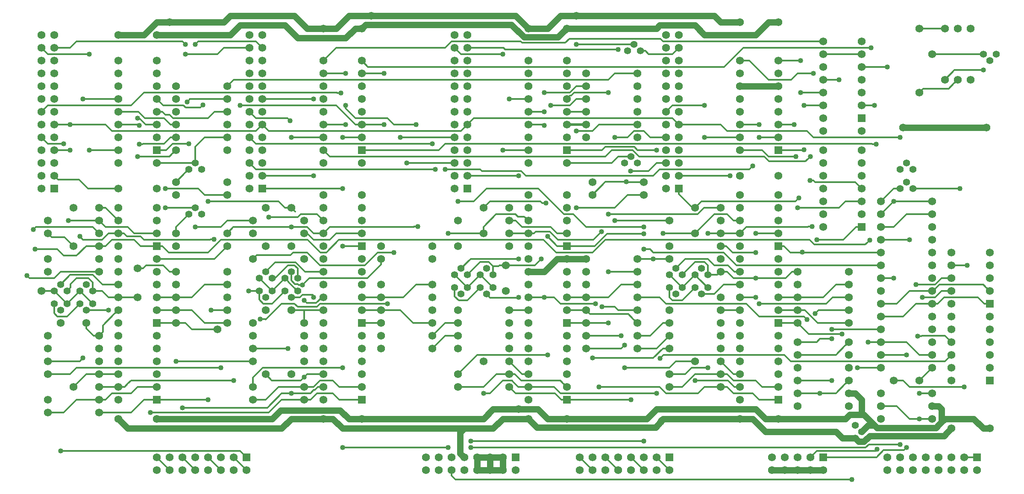
<source format=gbl>
G04 #@! TF.GenerationSoftware,KiCad,Pcbnew,(5.0.1)-3*
G04 #@! TF.CreationDate,2018-12-06T20:46:29-08:00*
G04 #@! TF.ProjectId,500-1070,3530302D313037302E6B696361645F70,rev?*
G04 #@! TF.SameCoordinates,Original*
G04 #@! TF.FileFunction,Copper,L2,Bot,Signal*
G04 #@! TF.FilePolarity,Positive*
%FSLAX46Y46*%
G04 Gerber Fmt 4.6, Leading zero omitted, Abs format (unit mm)*
G04 Created by KiCad (PCBNEW (5.0.1)-3) date 12/6/2018 8:46:29 PM*
%MOMM*%
%LPD*%
G01*
G04 APERTURE LIST*
G04 #@! TA.AperFunction,ComponentPad*
%ADD10C,1.574800*%
G04 #@! TD*
G04 #@! TA.AperFunction,ComponentPad*
%ADD11R,1.574800X1.574800*%
G04 #@! TD*
G04 #@! TA.AperFunction,ComponentPad*
%ADD12C,1.397000*%
G04 #@! TD*
G04 #@! TA.AperFunction,ViaPad*
%ADD13C,1.016000*%
G04 #@! TD*
G04 #@! TA.AperFunction,ViaPad*
%ADD14C,1.574800*%
G04 #@! TD*
G04 #@! TA.AperFunction,Conductor*
%ADD15C,1.270000*%
G04 #@! TD*
G04 #@! TA.AperFunction,Conductor*
%ADD16C,0.304800*%
G04 #@! TD*
G04 #@! TA.AperFunction,Conductor*
%ADD17C,0.508000*%
G04 #@! TD*
G04 APERTURE END LIST*
D10*
G04 #@! TO.P,P3,26*
G04 #@! TO.N,N/C*
X41910000Y-24130000D03*
G04 #@! TO.P,P3,25*
X44450000Y-24130000D03*
G04 #@! TO.P,P3,24*
G04 #@! TO.N,/Resonator_1/LEDaK*
X41910000Y-26670000D03*
G04 #@! TO.P,P3,23*
G04 #@! TO.N,/Resonator_1/LEDa*
X44450000Y-26670000D03*
G04 #@! TO.P,P3,22*
G04 #@! TO.N,N/C*
X41910000Y-29210000D03*
G04 #@! TO.P,P3,21*
X44450000Y-29210000D03*
G04 #@! TO.P,P3,20*
X41910000Y-31750000D03*
G04 #@! TO.P,P3,19*
X44450000Y-31750000D03*
G04 #@! TO.P,P3,18*
X41910000Y-34290000D03*
G04 #@! TO.P,P3,17*
X44450000Y-34290000D03*
G04 #@! TO.P,P3,16*
X41910000Y-36830000D03*
G04 #@! TO.P,P3,15*
G04 #@! TO.N,GND*
X44450000Y-36830000D03*
G04 #@! TO.P,P3,14*
G04 #@! TO.N,/Resonator_1/SUSa*
X41910000Y-39370000D03*
G04 #@! TO.P,P3,13*
G04 #@! TO.N,+10*
X44450000Y-39370000D03*
G04 #@! TO.P,P3,12*
G04 #@! TO.N,N/C*
X41910000Y-41910000D03*
G04 #@! TO.P,P3,11*
G04 #@! TO.N,+10*
X44450000Y-41910000D03*
G04 #@! TO.P,P3,10*
G04 #@! TO.N,/Resonator_1/RELEASEa*
X41910000Y-44450000D03*
G04 #@! TO.P,P3,9*
G04 #@! TO.N,GND*
X44450000Y-44450000D03*
G04 #@! TO.P,P3,8*
G04 #@! TO.N,N/C*
X41910000Y-46990000D03*
G04 #@! TO.P,P3,7*
G04 #@! TO.N,+10*
X44450000Y-46990000D03*
G04 #@! TO.P,P3,6*
G04 #@! TO.N,/Resonator_1/ATTACKa*
X41910000Y-49530000D03*
G04 #@! TO.P,P3,5*
G04 #@! TO.N,GND*
X44450000Y-49530000D03*
G04 #@! TO.P,P3,4*
G04 #@! TO.N,N/C*
X41910000Y-52070000D03*
G04 #@! TO.P,P3,3*
G04 #@! TO.N,GND*
X44450000Y-52070000D03*
G04 #@! TO.P,P3,2*
G04 #@! TO.N,/Resonator_1/RWa*
X41910000Y-54610000D03*
D11*
G04 #@! TO.P,P3,1*
G04 #@! TO.N,/Resonator_1/OUTa*
X44450000Y-54610000D03*
G04 #@! TD*
D10*
G04 #@! TO.P,P7,26*
G04 #@! TO.N,N/C*
X123825000Y-24130000D03*
G04 #@! TO.P,P7,25*
X126365000Y-24130000D03*
G04 #@! TO.P,P7,24*
G04 #@! TO.N,/Resonator_2/LEDaK*
X123825000Y-26670000D03*
G04 #@! TO.P,P7,23*
G04 #@! TO.N,/Resonator_2/LEDa*
X126365000Y-26670000D03*
G04 #@! TO.P,P7,22*
G04 #@! TO.N,N/C*
X123825000Y-29210000D03*
G04 #@! TO.P,P7,21*
X126365000Y-29210000D03*
G04 #@! TO.P,P7,20*
X123825000Y-31750000D03*
G04 #@! TO.P,P7,19*
X126365000Y-31750000D03*
G04 #@! TO.P,P7,18*
X123825000Y-34290000D03*
G04 #@! TO.P,P7,17*
X126365000Y-34290000D03*
G04 #@! TO.P,P7,16*
X123825000Y-36830000D03*
G04 #@! TO.P,P7,15*
G04 #@! TO.N,GND*
X126365000Y-36830000D03*
G04 #@! TO.P,P7,14*
G04 #@! TO.N,/Resonator_2/SUSa*
X123825000Y-39370000D03*
G04 #@! TO.P,P7,13*
G04 #@! TO.N,+10*
X126365000Y-39370000D03*
G04 #@! TO.P,P7,12*
G04 #@! TO.N,N/C*
X123825000Y-41910000D03*
G04 #@! TO.P,P7,11*
G04 #@! TO.N,+10*
X126365000Y-41910000D03*
G04 #@! TO.P,P7,10*
G04 #@! TO.N,/Resonator_2/RELEASEa*
X123825000Y-44450000D03*
G04 #@! TO.P,P7,9*
G04 #@! TO.N,GND*
X126365000Y-44450000D03*
G04 #@! TO.P,P7,8*
G04 #@! TO.N,N/C*
X123825000Y-46990000D03*
G04 #@! TO.P,P7,7*
G04 #@! TO.N,+10*
X126365000Y-46990000D03*
G04 #@! TO.P,P7,6*
G04 #@! TO.N,/Resonator_2/ATTACKa*
X123825000Y-49530000D03*
G04 #@! TO.P,P7,5*
G04 #@! TO.N,GND*
X126365000Y-49530000D03*
G04 #@! TO.P,P7,4*
G04 #@! TO.N,N/C*
X123825000Y-52070000D03*
G04 #@! TO.P,P7,3*
G04 #@! TO.N,GND*
X126365000Y-52070000D03*
G04 #@! TO.P,P7,2*
G04 #@! TO.N,/Resonator_2/RWa*
X123825000Y-54610000D03*
D11*
G04 #@! TO.P,P7,1*
G04 #@! TO.N,/Resonator_2/OUTa*
X126365000Y-54610000D03*
G04 #@! TD*
D10*
G04 #@! TO.P,P8,26*
G04 #@! TO.N,N/C*
X165735000Y-24130000D03*
G04 #@! TO.P,P8,25*
X168275000Y-24130000D03*
G04 #@! TO.P,P8,24*
G04 #@! TO.N,/Resonator_2/LEDbK*
X165735000Y-26670000D03*
G04 #@! TO.P,P8,23*
G04 #@! TO.N,/Resonator_2/LEDb*
X168275000Y-26670000D03*
G04 #@! TO.P,P8,22*
G04 #@! TO.N,N/C*
X165735000Y-29210000D03*
G04 #@! TO.P,P8,21*
X168275000Y-29210000D03*
G04 #@! TO.P,P8,20*
X165735000Y-31750000D03*
G04 #@! TO.P,P8,19*
X168275000Y-31750000D03*
G04 #@! TO.P,P8,18*
X165735000Y-34290000D03*
G04 #@! TO.P,P8,17*
X168275000Y-34290000D03*
G04 #@! TO.P,P8,16*
X165735000Y-36830000D03*
G04 #@! TO.P,P8,15*
G04 #@! TO.N,GND*
X168275000Y-36830000D03*
G04 #@! TO.P,P8,14*
G04 #@! TO.N,/Resonator_2/SUSb*
X165735000Y-39370000D03*
G04 #@! TO.P,P8,13*
G04 #@! TO.N,+10*
X168275000Y-39370000D03*
G04 #@! TO.P,P8,12*
G04 #@! TO.N,N/C*
X165735000Y-41910000D03*
G04 #@! TO.P,P8,11*
G04 #@! TO.N,+10*
X168275000Y-41910000D03*
G04 #@! TO.P,P8,10*
G04 #@! TO.N,/Resonator_2/RELEASEb*
X165735000Y-44450000D03*
G04 #@! TO.P,P8,9*
G04 #@! TO.N,GND*
X168275000Y-44450000D03*
G04 #@! TO.P,P8,8*
G04 #@! TO.N,N/C*
X165735000Y-46990000D03*
G04 #@! TO.P,P8,7*
G04 #@! TO.N,+10*
X168275000Y-46990000D03*
G04 #@! TO.P,P8,6*
G04 #@! TO.N,/Resonator_2/ATTACKb*
X165735000Y-49530000D03*
G04 #@! TO.P,P8,5*
G04 #@! TO.N,GND*
X168275000Y-49530000D03*
G04 #@! TO.P,P8,4*
G04 #@! TO.N,N/C*
X165735000Y-52070000D03*
G04 #@! TO.P,P8,3*
G04 #@! TO.N,GND*
X168275000Y-52070000D03*
G04 #@! TO.P,P8,2*
G04 #@! TO.N,/Resonator_2/RWb*
X165735000Y-54610000D03*
D11*
G04 #@! TO.P,P8,1*
G04 #@! TO.N,/Resonator_2/OUTb*
X168275000Y-54610000D03*
G04 #@! TD*
D10*
G04 #@! TO.P,C2,1*
G04 #@! TO.N,+15V0*
X222250000Y-80010000D03*
G04 #@! TO.P,C2,2*
G04 #@! TO.N,GND*
X229870000Y-80010000D03*
G04 #@! TD*
G04 #@! TO.P,C3,2*
G04 #@! TO.N,GND*
X222250000Y-67310000D03*
G04 #@! TO.P,C3,1*
G04 #@! TO.N,-15V0*
X229870000Y-67310000D03*
G04 #@! TD*
G04 #@! TO.P,C4,1*
G04 #@! TO.N,+15V0*
X222250000Y-102235000D03*
G04 #@! TO.P,C4,2*
G04 #@! TO.N,GND*
X229870000Y-102235000D03*
G04 #@! TD*
G04 #@! TO.P,C5,2*
G04 #@! TO.N,GND*
X222250000Y-82550000D03*
G04 #@! TO.P,C5,1*
G04 #@! TO.N,-15V0*
X229870000Y-82550000D03*
G04 #@! TD*
G04 #@! TO.P,C6,2*
G04 #@! TO.N,/Resonator_1/OUTa*
X53340000Y-66040000D03*
G04 #@! TO.P,C6,1*
G04 #@! TO.N,Net-(C6-Pad1)*
X48260000Y-66040000D03*
G04 #@! TD*
G04 #@! TO.P,C7,1*
G04 #@! TO.N,Net-(C7-Pad1)*
X91440000Y-58420000D03*
G04 #@! TO.P,C7,2*
G04 #@! TO.N,/Resonator_1/OUTb*
X86360000Y-58420000D03*
G04 #@! TD*
G04 #@! TO.P,C8,2*
G04 #@! TO.N,Net-(C8-Pad2)*
X50800000Y-81280000D03*
G04 #@! TO.P,C8,1*
G04 #@! TO.N,Net-(C8-Pad1)*
X45720000Y-81280000D03*
G04 #@! TD*
G04 #@! TO.P,C9,1*
G04 #@! TO.N,Net-(C9-Pad1)*
X86360000Y-78740000D03*
G04 #@! TO.P,C9,2*
G04 #@! TO.N,Net-(C9-Pad2)*
X91440000Y-78740000D03*
G04 #@! TD*
G04 #@! TO.P,C10,2*
G04 #@! TO.N,Net-(C10-Pad2)*
X48260000Y-58420000D03*
G04 #@! TO.P,C10,1*
G04 #@! TO.N,Net-(C10-Pad1)*
X53340000Y-58420000D03*
G04 #@! TD*
G04 #@! TO.P,C11,2*
G04 #@! TO.N,Net-(C11-Pad2)*
X91440000Y-66040000D03*
G04 #@! TO.P,C11,1*
G04 #@! TO.N,Net-(C11-Pad1)*
X86360000Y-66040000D03*
G04 #@! TD*
G04 #@! TO.P,C12,1*
G04 #@! TO.N,Net-(C12-Pad1)*
X48260000Y-93980000D03*
G04 #@! TO.P,C12,2*
G04 #@! TO.N,/Resonator_1/FW1a*
X53340000Y-93980000D03*
G04 #@! TD*
G04 #@! TO.P,C13,2*
G04 #@! TO.N,/Resonator_1/FW1b*
X91440000Y-91440000D03*
G04 #@! TO.P,C13,1*
G04 #@! TO.N,Net-(C13-Pad1)*
X86360000Y-91440000D03*
G04 #@! TD*
G04 #@! TO.P,C14,1*
G04 #@! TO.N,+15V0*
X57150000Y-83820000D03*
G04 #@! TO.P,C14,2*
G04 #@! TO.N,GND*
X64770000Y-83820000D03*
G04 #@! TD*
G04 #@! TO.P,C15,2*
G04 #@! TO.N,GND*
X105410000Y-68580000D03*
G04 #@! TO.P,C15,1*
G04 #@! TO.N,+15V0*
X97790000Y-68580000D03*
G04 #@! TD*
G04 #@! TO.P,C16,1*
G04 #@! TO.N,+15V0*
X57150000Y-68580000D03*
G04 #@! TO.P,C16,2*
G04 #@! TO.N,GND*
X64770000Y-68580000D03*
G04 #@! TD*
G04 #@! TO.P,C17,1*
G04 #@! TO.N,+15V0*
X57150000Y-49530000D03*
G04 #@! TO.P,C17,2*
G04 #@! TO.N,GND*
X64770000Y-49530000D03*
G04 #@! TD*
G04 #@! TO.P,C18,2*
G04 #@! TO.N,GND*
X105410000Y-49530000D03*
G04 #@! TO.P,C18,1*
G04 #@! TO.N,+15V0*
X97790000Y-49530000D03*
G04 #@! TD*
G04 #@! TO.P,C19,1*
G04 #@! TO.N,-15V0*
X64770000Y-71120000D03*
G04 #@! TO.P,C19,2*
G04 #@! TO.N,GND*
X57150000Y-71120000D03*
G04 #@! TD*
G04 #@! TO.P,C20,2*
G04 #@! TO.N,GND*
X97790000Y-55880000D03*
G04 #@! TO.P,C20,1*
G04 #@! TO.N,-15V0*
X105410000Y-55880000D03*
G04 #@! TD*
G04 #@! TO.P,C21,1*
G04 #@! TO.N,-15V0*
X64770000Y-54610000D03*
G04 #@! TO.P,C21,2*
G04 #@! TO.N,GND*
X57150000Y-54610000D03*
G04 #@! TD*
G04 #@! TO.P,C22,1*
G04 #@! TO.N,-15V0*
X105410000Y-22860000D03*
G04 #@! TO.P,C22,2*
G04 #@! TO.N,GND*
X97790000Y-22860000D03*
G04 #@! TD*
G04 #@! TO.P,C23,1*
G04 #@! TO.N,+15V0*
X97790000Y-83820000D03*
G04 #@! TO.P,C23,2*
G04 #@! TO.N,GND*
X105410000Y-83820000D03*
G04 #@! TD*
G04 #@! TO.P,C24,2*
G04 #@! TO.N,GND*
X57150000Y-24130000D03*
G04 #@! TO.P,C24,1*
G04 #@! TO.N,-15V0*
X64770000Y-24130000D03*
G04 #@! TD*
G04 #@! TO.P,C25,2*
G04 #@! TO.N,GND*
X64770000Y-100330000D03*
G04 #@! TO.P,C25,1*
G04 #@! TO.N,+15V0*
X57150000Y-100330000D03*
G04 #@! TD*
G04 #@! TO.P,C26,1*
G04 #@! TO.N,+15V0*
X97790000Y-100330000D03*
G04 #@! TO.P,C26,2*
G04 #@! TO.N,GND*
X105410000Y-100330000D03*
G04 #@! TD*
G04 #@! TO.P,C27,2*
G04 #@! TO.N,GND*
X97790000Y-71120000D03*
G04 #@! TO.P,C27,1*
G04 #@! TO.N,-15V0*
X105410000Y-71120000D03*
G04 #@! TD*
G04 #@! TO.P,C28,1*
G04 #@! TO.N,-15V0*
X64770000Y-86360000D03*
G04 #@! TO.P,C28,2*
G04 #@! TO.N,GND*
X57150000Y-86360000D03*
G04 #@! TD*
G04 #@! TO.P,C29,2*
G04 #@! TO.N,GND*
X97790000Y-86360000D03*
G04 #@! TO.P,C29,1*
G04 #@! TO.N,-15V0*
X105410000Y-86360000D03*
G04 #@! TD*
G04 #@! TO.P,C30,1*
G04 #@! TO.N,Net-(C30-Pad1)*
X134620000Y-58420000D03*
G04 #@! TO.P,C30,2*
G04 #@! TO.N,/Resonator_2/OUTa*
X129540000Y-58420000D03*
G04 #@! TD*
G04 #@! TO.P,C31,2*
G04 #@! TO.N,/Resonator_2/OUTb*
X171450000Y-58420000D03*
G04 #@! TO.P,C31,1*
G04 #@! TO.N,Net-(C31-Pad1)*
X176530000Y-58420000D03*
G04 #@! TD*
G04 #@! TO.P,C32,1*
G04 #@! TO.N,Net-(C32-Pad1)*
X133985000Y-69850000D03*
G04 #@! TO.P,C32,2*
G04 #@! TO.N,Net-(C32-Pad2)*
X133985000Y-74930000D03*
G04 #@! TD*
G04 #@! TO.P,C33,1*
G04 #@! TO.N,Net-(C33-Pad1)*
X176530000Y-71120000D03*
G04 #@! TO.P,C33,2*
G04 #@! TO.N,Net-(C33-Pad2)*
X176530000Y-76200000D03*
G04 #@! TD*
G04 #@! TO.P,C34,1*
G04 #@! TO.N,Net-(C34-Pad1)*
X129540000Y-63500000D03*
G04 #@! TO.P,C34,2*
G04 #@! TO.N,Net-(C34-Pad2)*
X134620000Y-63500000D03*
G04 #@! TD*
G04 #@! TO.P,C35,1*
G04 #@! TO.N,Net-(C35-Pad1)*
X171450000Y-63500000D03*
G04 #@! TO.P,C35,2*
G04 #@! TO.N,Net-(C35-Pad2)*
X176530000Y-63500000D03*
G04 #@! TD*
G04 #@! TO.P,C36,1*
G04 #@! TO.N,Net-(C36-Pad1)*
X134620000Y-88900000D03*
G04 #@! TO.P,C36,2*
G04 #@! TO.N,/Resonator_2/FW1a*
X129540000Y-88900000D03*
G04 #@! TD*
G04 #@! TO.P,C37,1*
G04 #@! TO.N,Net-(C37-Pad1)*
X176530000Y-88900000D03*
G04 #@! TO.P,C37,2*
G04 #@! TO.N,/Resonator_2/FW1b*
X171450000Y-88900000D03*
G04 #@! TD*
G04 #@! TO.P,C38,1*
G04 #@! TO.N,+15V0*
X138430000Y-100330000D03*
G04 #@! TO.P,C38,2*
G04 #@! TO.N,GND*
X146050000Y-100330000D03*
G04 #@! TD*
G04 #@! TO.P,C39,1*
G04 #@! TO.N,+15V0*
X180340000Y-100330000D03*
G04 #@! TO.P,C39,2*
G04 #@! TO.N,GND*
X187960000Y-100330000D03*
G04 #@! TD*
G04 #@! TO.P,C40,2*
G04 #@! TO.N,GND*
X146050000Y-68580000D03*
G04 #@! TO.P,C40,1*
G04 #@! TO.N,+15V0*
X138430000Y-68580000D03*
G04 #@! TD*
G04 #@! TO.P,C41,2*
G04 #@! TO.N,GND*
X146050000Y-49530000D03*
G04 #@! TO.P,C41,1*
G04 #@! TO.N,+15V0*
X138430000Y-49530000D03*
G04 #@! TD*
G04 #@! TO.P,C42,1*
G04 #@! TO.N,-15V0*
X146050000Y-86360000D03*
G04 #@! TO.P,C42,2*
G04 #@! TO.N,GND*
X138430000Y-86360000D03*
G04 #@! TD*
G04 #@! TO.P,C43,1*
G04 #@! TO.N,+15V0*
X180340000Y-52070000D03*
G04 #@! TO.P,C43,2*
G04 #@! TO.N,GND*
X187960000Y-52070000D03*
G04 #@! TD*
G04 #@! TO.P,C44,2*
G04 #@! TO.N,GND*
X180340000Y-86360000D03*
G04 #@! TO.P,C44,1*
G04 #@! TO.N,-15V0*
X187960000Y-86360000D03*
G04 #@! TD*
G04 #@! TO.P,C45,2*
G04 #@! TO.N,GND*
X138430000Y-55880000D03*
G04 #@! TO.P,C45,1*
G04 #@! TO.N,-15V0*
X146050000Y-55880000D03*
G04 #@! TD*
G04 #@! TO.P,C46,2*
G04 #@! TO.N,GND*
X146050000Y-83820000D03*
G04 #@! TO.P,C46,1*
G04 #@! TO.N,+15V0*
X138430000Y-83820000D03*
G04 #@! TD*
G04 #@! TO.P,C47,2*
G04 #@! TO.N,GND*
X180340000Y-21590000D03*
G04 #@! TO.P,C47,1*
G04 #@! TO.N,-15V0*
X187960000Y-21590000D03*
G04 #@! TD*
G04 #@! TO.P,C48,1*
G04 #@! TO.N,-15V0*
X146050000Y-22860000D03*
G04 #@! TO.P,C48,2*
G04 #@! TO.N,GND*
X138430000Y-22860000D03*
G04 #@! TD*
G04 #@! TO.P,C49,2*
G04 #@! TO.N,GND*
X187960000Y-68580000D03*
G04 #@! TO.P,C49,1*
G04 #@! TO.N,+15V0*
X180340000Y-68580000D03*
G04 #@! TD*
G04 #@! TO.P,C50,1*
G04 #@! TO.N,+15V0*
X180340000Y-83820000D03*
G04 #@! TO.P,C50,2*
G04 #@! TO.N,GND*
X187960000Y-83820000D03*
G04 #@! TD*
G04 #@! TO.P,C51,1*
G04 #@! TO.N,-15V0*
X146050000Y-71120000D03*
G04 #@! TO.P,C51,2*
G04 #@! TO.N,GND*
X138430000Y-71120000D03*
G04 #@! TD*
G04 #@! TO.P,C52,1*
G04 #@! TO.N,-15V0*
X187960000Y-55880000D03*
G04 #@! TO.P,C52,2*
G04 #@! TO.N,GND*
X180340000Y-55880000D03*
G04 #@! TD*
G04 #@! TO.P,C53,2*
G04 #@! TO.N,GND*
X180340000Y-71120000D03*
G04 #@! TO.P,C53,1*
G04 #@! TO.N,-15V0*
X187960000Y-71120000D03*
G04 #@! TD*
G04 #@! TO.P,D1,2*
G04 #@! TO.N,GND*
X78740000Y-66040000D03*
G04 #@! TO.P,D1,1*
G04 #@! TO.N,Net-(D1-Pad1)*
X68580000Y-66040000D03*
G04 #@! TD*
G04 #@! TO.P,D2,1*
G04 #@! TO.N,Net-(D2-Pad1)*
X68580000Y-55880000D03*
G04 #@! TO.P,D2,2*
G04 #@! TO.N,GND*
X78740000Y-55880000D03*
G04 #@! TD*
G04 #@! TO.P,D3,2*
G04 #@! TO.N,Net-(D3-Pad2)*
X218440000Y-95250000D03*
G04 #@! TO.P,D3,1*
G04 #@! TO.N,+5V0*
X208280000Y-95250000D03*
G04 #@! TD*
G04 #@! TO.P,D4,1*
G04 #@! TO.N,+5V0*
X208280000Y-82550000D03*
G04 #@! TO.P,D4,2*
G04 #@! TO.N,Net-(D4-Pad2)*
X218440000Y-82550000D03*
G04 #@! TD*
G04 #@! TO.P,D5,2*
G04 #@! TO.N,GND*
X218440000Y-97790000D03*
G04 #@! TO.P,D5,1*
G04 #@! TO.N,Net-(D3-Pad2)*
X208280000Y-97790000D03*
G04 #@! TD*
G04 #@! TO.P,D6,1*
G04 #@! TO.N,Net-(D4-Pad2)*
X208280000Y-85090000D03*
G04 #@! TO.P,D6,2*
G04 #@! TO.N,GND*
X218440000Y-85090000D03*
G04 #@! TD*
G04 #@! TO.P,D7,1*
G04 #@! TO.N,Net-(D7-Pad1)*
X160020000Y-68580000D03*
G04 #@! TO.P,D7,2*
G04 #@! TO.N,GND*
X149860000Y-68580000D03*
G04 #@! TD*
G04 #@! TO.P,D8,1*
G04 #@! TO.N,Net-(D8-Pad1)*
X151130000Y-55880000D03*
G04 #@! TO.P,D8,2*
G04 #@! TO.N,GND*
X161290000Y-55880000D03*
G04 #@! TD*
G04 #@! TO.P,D9,1*
G04 #@! TO.N,+5V0*
X191770000Y-92710000D03*
G04 #@! TO.P,D9,2*
G04 #@! TO.N,Net-(D11-Pad1)*
X201930000Y-92710000D03*
G04 #@! TD*
G04 #@! TO.P,D10,1*
G04 #@! TO.N,+5V0*
X191770000Y-85090000D03*
G04 #@! TO.P,D10,2*
G04 #@! TO.N,Net-(D10-Pad2)*
X201930000Y-85090000D03*
G04 #@! TD*
G04 #@! TO.P,D11,2*
G04 #@! TO.N,GND*
X201930000Y-95250000D03*
G04 #@! TO.P,D11,1*
G04 #@! TO.N,Net-(D11-Pad1)*
X191770000Y-95250000D03*
G04 #@! TD*
G04 #@! TO.P,D12,2*
G04 #@! TO.N,GND*
X201930000Y-87630000D03*
G04 #@! TO.P,D12,1*
G04 #@! TO.N,Net-(D10-Pad2)*
X191770000Y-87630000D03*
G04 #@! TD*
D11*
G04 #@! TO.P,P1,1*
G04 #@! TO.N,/Resonator_1/FH1a*
X82550000Y-107950000D03*
D10*
G04 #@! TO.P,P1,2*
G04 #@! TO.N,/Resonator_1/FW1a*
X82550000Y-110490000D03*
G04 #@! TO.P,P1,3*
X80010000Y-107950000D03*
G04 #@! TO.P,P1,4*
G04 #@! TO.N,N/C*
X80010000Y-110490000D03*
G04 #@! TO.P,P1,5*
G04 #@! TO.N,/Resonator_1/FH2a*
X77470000Y-107950000D03*
G04 #@! TO.P,P1,6*
G04 #@! TO.N,/Resonator_1/FW2a*
X77470000Y-110490000D03*
G04 #@! TO.P,P1,7*
X74930000Y-107950000D03*
G04 #@! TO.P,P1,8*
G04 #@! TO.N,N/C*
X74930000Y-110490000D03*
G04 #@! TO.P,P1,9*
G04 #@! TO.N,/Resonator_1/FH1b*
X72390000Y-107950000D03*
G04 #@! TO.P,P1,10*
G04 #@! TO.N,/Resonator_1/FW1b*
X72390000Y-110490000D03*
G04 #@! TO.P,P1,11*
X69850000Y-107950000D03*
G04 #@! TO.P,P1,12*
G04 #@! TO.N,N/C*
X69850000Y-110490000D03*
G04 #@! TO.P,P1,13*
G04 #@! TO.N,/Resonator_1/FH2b*
X67310000Y-107950000D03*
G04 #@! TO.P,P1,14*
G04 #@! TO.N,/Resonator_1/FW2b*
X67310000Y-110490000D03*
G04 #@! TO.P,P1,15*
X64770000Y-107950000D03*
G04 #@! TO.P,P1,16*
G04 #@! TO.N,N/C*
X64770000Y-110490000D03*
G04 #@! TD*
G04 #@! TO.P,P6,16*
G04 #@! TO.N,N/C*
X148590000Y-110490000D03*
G04 #@! TO.P,P6,15*
G04 #@! TO.N,/Resonator_2/FW2b*
X148590000Y-107950000D03*
G04 #@! TO.P,P6,14*
X151130000Y-110490000D03*
G04 #@! TO.P,P6,13*
G04 #@! TO.N,/Resonator_2/FH2b*
X151130000Y-107950000D03*
G04 #@! TO.P,P6,12*
G04 #@! TO.N,N/C*
X153670000Y-110490000D03*
G04 #@! TO.P,P6,11*
G04 #@! TO.N,/Resonator_2/FW1b*
X153670000Y-107950000D03*
G04 #@! TO.P,P6,10*
X156210000Y-110490000D03*
G04 #@! TO.P,P6,9*
G04 #@! TO.N,/Resonator_2/FH1b*
X156210000Y-107950000D03*
G04 #@! TO.P,P6,8*
G04 #@! TO.N,N/C*
X158750000Y-110490000D03*
G04 #@! TO.P,P6,7*
G04 #@! TO.N,/Resonator_2/FW2a*
X158750000Y-107950000D03*
G04 #@! TO.P,P6,6*
X161290000Y-110490000D03*
G04 #@! TO.P,P6,5*
G04 #@! TO.N,/Resonator_2/FH2a*
X161290000Y-107950000D03*
G04 #@! TO.P,P6,4*
G04 #@! TO.N,N/C*
X163830000Y-110490000D03*
G04 #@! TO.P,P6,3*
G04 #@! TO.N,/Resonator_2/FW1a*
X163830000Y-107950000D03*
G04 #@! TO.P,P6,2*
X166370000Y-110490000D03*
D11*
G04 #@! TO.P,P6,1*
G04 #@! TO.N,/Resonator_2/FH1a*
X166370000Y-107950000D03*
G04 #@! TD*
D12*
G04 #@! TO.P,Q1,1*
G04 #@! TO.N,+10*
X212090000Y-50800000D03*
G04 #@! TO.P,Q1,2*
G04 #@! TO.N,Net-(Q1-Pad2)*
X213360000Y-49530000D03*
G04 #@! TO.P,Q1,3*
G04 #@! TO.N,Net-(Q1-Pad3)*
X214630000Y-50800000D03*
G04 #@! TD*
G04 #@! TO.P,Q2,3*
G04 #@! TO.N,+15V0*
X214630000Y-54610000D03*
G04 #@! TO.P,Q2,2*
G04 #@! TO.N,Net-(Q1-Pad3)*
X213360000Y-53340000D03*
G04 #@! TO.P,Q2,1*
G04 #@! TO.N,Net-(Q1-Pad2)*
X212090000Y-54610000D03*
G04 #@! TD*
G04 #@! TO.P,Q3,1*
G04 #@! TO.N,Net-(D1-Pad1)*
X71120000Y-59690000D03*
G04 #@! TO.P,Q3,2*
G04 #@! TO.N,GND*
X72390000Y-58420000D03*
G04 #@! TO.P,Q3,3*
G04 #@! TO.N,/Resonator_1/LEDb*
X73660000Y-59690000D03*
G04 #@! TD*
G04 #@! TO.P,Q4,3*
G04 #@! TO.N,/Resonator_1/LEDa*
X73660000Y-50800000D03*
G04 #@! TO.P,Q4,2*
G04 #@! TO.N,GND*
X72390000Y-49530000D03*
G04 #@! TO.P,Q4,1*
G04 #@! TO.N,Net-(D2-Pad1)*
X71120000Y-50800000D03*
G04 #@! TD*
G04 #@! TO.P,Q5,5*
G04 #@! TO.N,Net-(Q5-Pad5)*
X45720000Y-78740000D03*
G04 #@! TO.P,Q5,4*
G04 #@! TO.N,Net-(Q5-Pad1)*
X46990000Y-77470000D03*
G04 #@! TO.P,Q5,6*
G04 #@! TO.N,Net-(C10-Pad1)*
X44450000Y-77470000D03*
G04 #@! TO.P,Q5,1*
G04 #@! TO.N,Net-(Q5-Pad1)*
X44450000Y-74930000D03*
G04 #@! TO.P,Q5,3*
G04 #@! TO.N,Net-(C8-Pad1)*
X46990000Y-74930000D03*
G04 #@! TO.P,Q5,2*
G04 #@! TO.N,GND*
X45720000Y-73660000D03*
G04 #@! TD*
G04 #@! TO.P,Q6,5*
G04 #@! TO.N,GND*
X50800000Y-78740000D03*
G04 #@! TO.P,Q6,4*
G04 #@! TO.N,Net-(Q5-Pad1)*
X52070000Y-77470000D03*
G04 #@! TO.P,Q6,6*
G04 #@! TO.N,Net-(C10-Pad1)*
X49530000Y-77470000D03*
G04 #@! TO.P,Q6,1*
G04 #@! TO.N,Net-(Q5-Pad1)*
X49530000Y-74930000D03*
G04 #@! TO.P,Q6,3*
G04 #@! TO.N,Net-(C8-Pad1)*
X52070000Y-74930000D03*
G04 #@! TO.P,Q6,2*
G04 #@! TO.N,Net-(Q6-Pad2)*
X50800000Y-73660000D03*
G04 #@! TD*
G04 #@! TO.P,Q7,5*
G04 #@! TO.N,Net-(Q7-Pad5)*
X86360000Y-76200000D03*
G04 #@! TO.P,Q7,4*
G04 #@! TO.N,Net-(Q7-Pad1)*
X87630000Y-74930000D03*
G04 #@! TO.P,Q7,6*
G04 #@! TO.N,Net-(C11-Pad1)*
X85090000Y-74930000D03*
G04 #@! TO.P,Q7,1*
G04 #@! TO.N,Net-(Q7-Pad1)*
X85090000Y-72390000D03*
G04 #@! TO.P,Q7,3*
G04 #@! TO.N,Net-(C9-Pad1)*
X87630000Y-72390000D03*
G04 #@! TO.P,Q7,2*
G04 #@! TO.N,GND*
X86360000Y-71120000D03*
G04 #@! TD*
G04 #@! TO.P,Q8,2*
G04 #@! TO.N,Net-(Q8-Pad2)*
X91440000Y-71120000D03*
G04 #@! TO.P,Q8,3*
G04 #@! TO.N,Net-(C9-Pad1)*
X92710000Y-72390000D03*
G04 #@! TO.P,Q8,1*
G04 #@! TO.N,Net-(Q7-Pad1)*
X90170000Y-72390000D03*
G04 #@! TO.P,Q8,6*
G04 #@! TO.N,Net-(C11-Pad1)*
X90170000Y-74930000D03*
G04 #@! TO.P,Q8,4*
G04 #@! TO.N,Net-(Q7-Pad1)*
X92710000Y-74930000D03*
G04 #@! TO.P,Q8,5*
G04 #@! TO.N,GND*
X91440000Y-76200000D03*
G04 #@! TD*
G04 #@! TO.P,Q9,3*
G04 #@! TO.N,/Resonator_2/LEDb*
X160655000Y-27305000D03*
G04 #@! TO.P,Q9,2*
G04 #@! TO.N,GND*
X159385000Y-26035000D03*
G04 #@! TO.P,Q9,1*
G04 #@! TO.N,Net-(D7-Pad1)*
X158115000Y-27305000D03*
G04 #@! TD*
G04 #@! TO.P,Q10,1*
G04 #@! TO.N,Net-(D8-Pad1)*
X157480000Y-49530000D03*
G04 #@! TO.P,Q10,2*
G04 #@! TO.N,GND*
X158750000Y-48260000D03*
G04 #@! TO.P,Q10,3*
G04 #@! TO.N,/Resonator_2/LEDa*
X160020000Y-49530000D03*
G04 #@! TD*
G04 #@! TO.P,Q11,5*
G04 #@! TO.N,Net-(Q11-Pad5)*
X125095000Y-75565000D03*
G04 #@! TO.P,Q11,4*
G04 #@! TO.N,Net-(Q11-Pad1)*
X126365000Y-74295000D03*
G04 #@! TO.P,Q11,6*
G04 #@! TO.N,Net-(C34-Pad1)*
X123825000Y-74295000D03*
G04 #@! TO.P,Q11,1*
G04 #@! TO.N,Net-(Q11-Pad1)*
X123825000Y-71755000D03*
G04 #@! TO.P,Q11,3*
G04 #@! TO.N,Net-(C32-Pad1)*
X126365000Y-71755000D03*
G04 #@! TO.P,Q11,2*
G04 #@! TO.N,GND*
X125095000Y-70485000D03*
G04 #@! TD*
G04 #@! TO.P,Q12,2*
G04 #@! TO.N,Net-(Q12-Pad2)*
X130175000Y-70485000D03*
G04 #@! TO.P,Q12,3*
G04 #@! TO.N,Net-(C32-Pad1)*
X131445000Y-71755000D03*
G04 #@! TO.P,Q12,1*
G04 #@! TO.N,Net-(Q11-Pad1)*
X128905000Y-71755000D03*
G04 #@! TO.P,Q12,6*
G04 #@! TO.N,Net-(C34-Pad1)*
X128905000Y-74295000D03*
G04 #@! TO.P,Q12,4*
G04 #@! TO.N,Net-(Q11-Pad1)*
X131445000Y-74295000D03*
G04 #@! TO.P,Q12,5*
G04 #@! TO.N,GND*
X130175000Y-75565000D03*
G04 #@! TD*
G04 #@! TO.P,Q13,2*
G04 #@! TO.N,GND*
X167640000Y-70485000D03*
G04 #@! TO.P,Q13,3*
G04 #@! TO.N,Net-(C33-Pad1)*
X168910000Y-71755000D03*
G04 #@! TO.P,Q13,1*
G04 #@! TO.N,Net-(Q13-Pad1)*
X166370000Y-71755000D03*
G04 #@! TO.P,Q13,6*
G04 #@! TO.N,Net-(C35-Pad1)*
X166370000Y-74295000D03*
G04 #@! TO.P,Q13,4*
G04 #@! TO.N,Net-(Q13-Pad1)*
X168910000Y-74295000D03*
G04 #@! TO.P,Q13,5*
G04 #@! TO.N,Net-(Q13-Pad5)*
X167640000Y-75565000D03*
G04 #@! TD*
G04 #@! TO.P,Q14,5*
G04 #@! TO.N,GND*
X172720000Y-75565000D03*
G04 #@! TO.P,Q14,4*
G04 #@! TO.N,Net-(Q13-Pad1)*
X173990000Y-74295000D03*
G04 #@! TO.P,Q14,6*
G04 #@! TO.N,Net-(C35-Pad1)*
X171450000Y-74295000D03*
G04 #@! TO.P,Q14,1*
G04 #@! TO.N,Net-(Q13-Pad1)*
X171450000Y-71755000D03*
G04 #@! TO.P,Q14,3*
G04 #@! TO.N,Net-(C33-Pad1)*
X173990000Y-71755000D03*
G04 #@! TO.P,Q14,2*
G04 #@! TO.N,Net-(Q14-Pad2)*
X172720000Y-70485000D03*
G04 #@! TD*
D10*
G04 #@! TO.P,R1,1*
G04 #@! TO.N,Net-(C1-Pad2)*
X218440000Y-90170000D03*
G04 #@! TO.P,R1,2*
G04 #@! TO.N,GND*
X208280000Y-90170000D03*
G04 #@! TD*
G04 #@! TO.P,R2,2*
G04 #@! TO.N,Net-(R2-Pad2)*
X220980000Y-22860000D03*
G04 #@! TO.P,R2,1*
G04 #@! TO.N,Net-(R2-Pad1)*
X220980000Y-33020000D03*
G04 #@! TD*
G04 #@! TO.P,R3,1*
G04 #@! TO.N,Net-(R2-Pad2)*
X215900000Y-22860000D03*
G04 #@! TO.P,R3,2*
G04 #@! TO.N,Net-(R3-Pad2)*
X218440000Y-27940000D03*
G04 #@! TO.P,R3,3*
G04 #@! TO.N,Net-(R3-Pad3)*
X215900000Y-35560000D03*
G04 #@! TD*
G04 #@! TO.P,R4,1*
G04 #@! TO.N,Net-(R3-Pad3)*
X223520000Y-33020000D03*
G04 #@! TO.P,R4,2*
G04 #@! TO.N,GND*
X223520000Y-22860000D03*
G04 #@! TD*
G04 #@! TO.P,R5,1*
G04 #@! TO.N,+15V0*
X226060000Y-33020000D03*
G04 #@! TO.P,R5,2*
G04 #@! TO.N,Net-(R2-Pad1)*
X226060000Y-22860000D03*
G04 #@! TD*
G04 #@! TO.P,R6,1*
G04 #@! TO.N,Net-(R6-Pad1)*
X208280000Y-62230000D03*
G04 #@! TO.P,R6,2*
G04 #@! TO.N,GND*
X218440000Y-62230000D03*
G04 #@! TD*
G04 #@! TO.P,R7,2*
G04 #@! TO.N,Net-(R6-Pad1)*
X218440000Y-59690000D03*
G04 #@! TO.P,R7,1*
G04 #@! TO.N,+10*
X208280000Y-59690000D03*
G04 #@! TD*
G04 #@! TO.P,R8,1*
G04 #@! TO.N,Net-(Q1-Pad3)*
X208280000Y-64770000D03*
G04 #@! TO.P,R8,2*
G04 #@! TO.N,Net-(R8-Pad2)*
X218440000Y-64770000D03*
G04 #@! TD*
G04 #@! TO.P,R9,2*
G04 #@! TO.N,+10*
X218440000Y-57150000D03*
G04 #@! TO.P,R9,1*
G04 #@! TO.N,Net-(Q1-Pad2)*
X208280000Y-57150000D03*
G04 #@! TD*
G04 #@! TO.P,R10,2*
G04 #@! TO.N,Net-(R10-Pad2)*
X218440000Y-74930000D03*
G04 #@! TO.P,R10,1*
G04 #@! TO.N,/Resonator_1/OUTa*
X208280000Y-74930000D03*
G04 #@! TD*
G04 #@! TO.P,R11,2*
G04 #@! TO.N,Net-(R10-Pad2)*
X218440000Y-72390000D03*
G04 #@! TO.P,R11,1*
G04 #@! TO.N,/Resonator_1/OUTb*
X208280000Y-72390000D03*
G04 #@! TD*
G04 #@! TO.P,R12,1*
G04 #@! TO.N,/Resonator_2/OUTa*
X208280000Y-69850000D03*
G04 #@! TO.P,R12,2*
G04 #@! TO.N,Net-(R10-Pad2)*
X218440000Y-69850000D03*
G04 #@! TD*
G04 #@! TO.P,R13,2*
G04 #@! TO.N,Net-(R10-Pad2)*
X218440000Y-67310000D03*
G04 #@! TO.P,R13,1*
G04 #@! TO.N,/Resonator_2/OUTb*
X208280000Y-67310000D03*
G04 #@! TD*
G04 #@! TO.P,R16,1*
G04 #@! TO.N,Net-(R10-Pad2)*
X208280000Y-77470000D03*
G04 #@! TO.P,R16,2*
G04 #@! TO.N,Net-(R16-Pad2)*
X218440000Y-77470000D03*
G04 #@! TD*
G04 #@! TO.P,R17,2*
G04 #@! TO.N,Net-(P5-Pad7)*
X218440000Y-80010000D03*
G04 #@! TO.P,R17,1*
G04 #@! TO.N,Net-(R16-Pad2)*
X208280000Y-80010000D03*
G04 #@! TD*
G04 #@! TO.P,R18,1*
G04 #@! TO.N,Net-(C11-Pad2)*
X78740000Y-63500000D03*
G04 #@! TO.P,R18,2*
G04 #@! TO.N,Net-(D1-Pad1)*
X68580000Y-63500000D03*
G04 #@! TD*
G04 #@! TO.P,R19,2*
G04 #@! TO.N,Net-(R19-Pad2)*
X68580000Y-34290000D03*
G04 #@! TO.P,R19,1*
G04 #@! TO.N,/Resonator_1/INa*
X78740000Y-34290000D03*
G04 #@! TD*
G04 #@! TO.P,R20,1*
G04 #@! TO.N,Net-(C10-Pad2)*
X78740000Y-53340000D03*
G04 #@! TO.P,R20,2*
G04 #@! TO.N,Net-(D2-Pad1)*
X68580000Y-53340000D03*
G04 #@! TD*
G04 #@! TO.P,R21,2*
G04 #@! TO.N,Net-(R21-Pad2)*
X68580000Y-46990000D03*
G04 #@! TO.P,R21,1*
G04 #@! TO.N,/Resonator_1/INa*
X78740000Y-46990000D03*
G04 #@! TD*
G04 #@! TO.P,R22,2*
G04 #@! TO.N,GND*
X68580000Y-39370000D03*
G04 #@! TO.P,R22,1*
G04 #@! TO.N,Net-(R22-Pad1)*
X78740000Y-39370000D03*
G04 #@! TD*
G04 #@! TO.P,R23,2*
G04 #@! TO.N,GND*
X78740000Y-41910000D03*
G04 #@! TO.P,R23,1*
G04 #@! TO.N,Net-(R23-Pad1)*
X68580000Y-41910000D03*
G04 #@! TD*
G04 #@! TO.P,R24,1*
G04 #@! TO.N,Net-(R21-Pad2)*
X78740000Y-36830000D03*
G04 #@! TO.P,R24,2*
G04 #@! TO.N,GND*
X68580000Y-36830000D03*
G04 #@! TD*
G04 #@! TO.P,R25,1*
G04 #@! TO.N,Net-(R19-Pad2)*
X68580000Y-44450000D03*
G04 #@! TO.P,R25,2*
G04 #@! TO.N,GND*
X78740000Y-44450000D03*
G04 #@! TD*
G04 #@! TO.P,R26,2*
G04 #@! TO.N,Net-(D3-Pad2)*
X218440000Y-100330000D03*
G04 #@! TO.P,R26,1*
G04 #@! TO.N,/Resonator_1/GATEb*
X208280000Y-100330000D03*
G04 #@! TD*
G04 #@! TO.P,R27,1*
G04 #@! TO.N,/Resonator_1/GATEa*
X208280000Y-87630000D03*
G04 #@! TO.P,R27,2*
G04 #@! TO.N,Net-(D4-Pad2)*
X218440000Y-87630000D03*
G04 #@! TD*
G04 #@! TO.P,R28,2*
G04 #@! TO.N,Net-(R28-Pad2)*
X68580000Y-78740000D03*
G04 #@! TO.P,R28,1*
G04 #@! TO.N,Net-(C10-Pad2)*
X78740000Y-78740000D03*
G04 #@! TD*
G04 #@! TO.P,R29,1*
G04 #@! TO.N,Net-(R29-Pad1)*
X78740000Y-76200000D03*
G04 #@! TO.P,R29,2*
G04 #@! TO.N,Net-(R29-Pad2)*
X68580000Y-76200000D03*
G04 #@! TD*
G04 #@! TO.P,R30,1*
G04 #@! TO.N,Net-(C11-Pad2)*
X119380000Y-78740000D03*
G04 #@! TO.P,R30,2*
G04 #@! TO.N,Net-(R30-Pad2)*
X109220000Y-78740000D03*
G04 #@! TD*
G04 #@! TO.P,R31,2*
G04 #@! TO.N,Net-(R31-Pad2)*
X109220000Y-76200000D03*
G04 #@! TO.P,R31,1*
G04 #@! TO.N,Net-(R31-Pad1)*
X119380000Y-76200000D03*
G04 #@! TD*
G04 #@! TO.P,R32,2*
G04 #@! TO.N,GND*
X68580000Y-73660000D03*
G04 #@! TO.P,R32,1*
G04 #@! TO.N,Net-(R29-Pad2)*
X78740000Y-73660000D03*
G04 #@! TD*
G04 #@! TO.P,R33,1*
G04 #@! TO.N,Net-(C6-Pad1)*
X53340000Y-60960000D03*
G04 #@! TO.P,R33,2*
G04 #@! TO.N,/Resonator_1/FH1a*
X43180000Y-60960000D03*
G04 #@! TD*
G04 #@! TO.P,R34,2*
G04 #@! TO.N,GND*
X109220000Y-73660000D03*
G04 #@! TO.P,R34,1*
G04 #@! TO.N,Net-(R31-Pad2)*
X119380000Y-73660000D03*
G04 #@! TD*
G04 #@! TO.P,R35,2*
G04 #@! TO.N,/Resonator_1/FH1b*
X83820000Y-60960000D03*
G04 #@! TO.P,R35,1*
G04 #@! TO.N,Net-(C7-Pad1)*
X93980000Y-60960000D03*
G04 #@! TD*
G04 #@! TO.P,R36,1*
G04 #@! TO.N,Net-(R28-Pad2)*
X78740000Y-81280000D03*
G04 #@! TO.P,R36,2*
G04 #@! TO.N,Net-(R36-Pad2)*
X68580000Y-81280000D03*
G04 #@! TD*
G04 #@! TO.P,R37,2*
G04 #@! TO.N,/Resonator_1/RWa*
X53340000Y-63500000D03*
G04 #@! TO.P,R37,1*
G04 #@! TO.N,Net-(C6-Pad1)*
X43180000Y-63500000D03*
G04 #@! TD*
G04 #@! TO.P,R38,2*
G04 #@! TO.N,Net-(R38-Pad2)*
X109220000Y-81280000D03*
G04 #@! TO.P,R38,1*
G04 #@! TO.N,Net-(R30-Pad2)*
X119380000Y-81280000D03*
G04 #@! TD*
G04 #@! TO.P,R39,1*
G04 #@! TO.N,Net-(C7-Pad1)*
X93980000Y-63500000D03*
G04 #@! TO.P,R39,2*
G04 #@! TO.N,/Resonator_1/RWb*
X83820000Y-63500000D03*
G04 #@! TD*
G04 #@! TO.P,R40,1*
G04 #@! TO.N,/Resonator_1/RELEASEa*
X43180000Y-68580000D03*
G04 #@! TO.P,R40,2*
G04 #@! TO.N,Net-(Q6-Pad2)*
X53340000Y-68580000D03*
G04 #@! TD*
G04 #@! TO.P,R41,2*
G04 #@! TO.N,Net-(Q5-Pad5)*
X43180000Y-71120000D03*
G04 #@! TO.P,R41,1*
G04 #@! TO.N,/Resonator_1/ATTACKa*
X53340000Y-71120000D03*
G04 #@! TD*
G04 #@! TO.P,R42,1*
G04 #@! TO.N,Net-(R36-Pad2)*
X78740000Y-71120000D03*
G04 #@! TO.P,R42,2*
G04 #@! TO.N,Net-(C8-Pad1)*
X68580000Y-71120000D03*
G04 #@! TD*
G04 #@! TO.P,R43,2*
G04 #@! TO.N,Net-(Q8-Pad2)*
X109220000Y-68580000D03*
G04 #@! TO.P,R43,1*
G04 #@! TO.N,/Resonator_1/RELEASEb*
X119380000Y-68580000D03*
G04 #@! TD*
G04 #@! TO.P,R44,1*
G04 #@! TO.N,/Resonator_1/ATTACKb*
X119380000Y-66040000D03*
G04 #@! TO.P,R44,2*
G04 #@! TO.N,Net-(Q7-Pad5)*
X109220000Y-66040000D03*
G04 #@! TD*
G04 #@! TO.P,R45,2*
G04 #@! TO.N,Net-(C9-Pad1)*
X93980000Y-68580000D03*
G04 #@! TO.P,R45,1*
G04 #@! TO.N,Net-(R38-Pad2)*
X83820000Y-68580000D03*
G04 #@! TD*
G04 #@! TO.P,R46,2*
G04 #@! TO.N,Net-(R46-Pad2)*
X53340000Y-96520000D03*
G04 #@! TO.P,R46,1*
G04 #@! TO.N,/Resonator_1/OUTa*
X43180000Y-96520000D03*
G04 #@! TD*
G04 #@! TO.P,R47,2*
G04 #@! TO.N,GND*
X53340000Y-88900000D03*
G04 #@! TO.P,R47,1*
G04 #@! TO.N,Net-(Q6-Pad2)*
X43180000Y-88900000D03*
G04 #@! TD*
G04 #@! TO.P,R48,1*
G04 #@! TO.N,/Resonator_1/OUTb*
X83820000Y-93980000D03*
G04 #@! TO.P,R48,2*
G04 #@! TO.N,Net-(R48-Pad2)*
X93980000Y-93980000D03*
G04 #@! TD*
G04 #@! TO.P,R49,1*
G04 #@! TO.N,Net-(Q8-Pad2)*
X83820000Y-86360000D03*
G04 #@! TO.P,R49,2*
G04 #@! TO.N,GND*
X93980000Y-86360000D03*
G04 #@! TD*
G04 #@! TO.P,R50,1*
G04 #@! TO.N,Net-(Q5-Pad5)*
X43180000Y-86360000D03*
G04 #@! TO.P,R50,2*
G04 #@! TO.N,GND*
X53340000Y-86360000D03*
G04 #@! TD*
G04 #@! TO.P,R51,2*
G04 #@! TO.N,GND*
X93980000Y-83820000D03*
G04 #@! TO.P,R51,1*
G04 #@! TO.N,Net-(Q7-Pad5)*
X83820000Y-83820000D03*
G04 #@! TD*
G04 #@! TO.P,R52,1*
G04 #@! TO.N,Net-(R46-Pad2)*
X43180000Y-99060000D03*
G04 #@! TO.P,R52,2*
G04 #@! TO.N,/Resonator_1/FW2a*
X53340000Y-99060000D03*
G04 #@! TD*
G04 #@! TO.P,R53,2*
G04 #@! TO.N,/Resonator_1/FW2b*
X93980000Y-96520000D03*
G04 #@! TO.P,R53,1*
G04 #@! TO.N,Net-(R48-Pad2)*
X83820000Y-96520000D03*
G04 #@! TD*
G04 #@! TO.P,R54,2*
G04 #@! TO.N,Net-(C8-Pad2)*
X53340000Y-83820000D03*
G04 #@! TO.P,R54,1*
G04 #@! TO.N,Net-(Q5-Pad1)*
X43180000Y-83820000D03*
G04 #@! TD*
G04 #@! TO.P,R55,2*
G04 #@! TO.N,Net-(C12-Pad1)*
X53340000Y-91440000D03*
G04 #@! TO.P,R55,1*
G04 #@! TO.N,/Resonator_1/FH2a*
X43180000Y-91440000D03*
G04 #@! TD*
G04 #@! TO.P,R56,1*
G04 #@! TO.N,Net-(Q7-Pad1)*
X83820000Y-81280000D03*
G04 #@! TO.P,R56,2*
G04 #@! TO.N,Net-(C9-Pad2)*
X93980000Y-81280000D03*
G04 #@! TD*
G04 #@! TO.P,R57,1*
G04 #@! TO.N,/Resonator_1/FH2b*
X83820000Y-88900000D03*
G04 #@! TO.P,R57,2*
G04 #@! TO.N,Net-(C13-Pad1)*
X93980000Y-88900000D03*
G04 #@! TD*
G04 #@! TO.P,R58,2*
G04 #@! TO.N,Net-(D7-Pad1)*
X166370000Y-68580000D03*
G04 #@! TO.P,R58,1*
G04 #@! TO.N,Net-(C35-Pad2)*
X176530000Y-68580000D03*
G04 #@! TD*
G04 #@! TO.P,R59,2*
G04 #@! TO.N,Net-(R59-Pad2)*
X149860000Y-31750000D03*
G04 #@! TO.P,R59,1*
G04 #@! TO.N,/Resonator_1/INa*
X160020000Y-31750000D03*
G04 #@! TD*
G04 #@! TO.P,R60,1*
G04 #@! TO.N,Net-(C34-Pad2)*
X151130000Y-53340000D03*
G04 #@! TO.P,R60,2*
G04 #@! TO.N,Net-(D8-Pad1)*
X161290000Y-53340000D03*
G04 #@! TD*
G04 #@! TO.P,R61,1*
G04 #@! TO.N,/Resonator_1/INa*
X160020000Y-44450000D03*
G04 #@! TO.P,R61,2*
G04 #@! TO.N,Net-(R61-Pad2)*
X149860000Y-44450000D03*
G04 #@! TD*
G04 #@! TO.P,R62,1*
G04 #@! TO.N,Net-(R62-Pad1)*
X149860000Y-39370000D03*
G04 #@! TO.P,R62,2*
G04 #@! TO.N,GND*
X160020000Y-39370000D03*
G04 #@! TD*
G04 #@! TO.P,R63,2*
G04 #@! TO.N,GND*
X160020000Y-34290000D03*
G04 #@! TO.P,R63,1*
G04 #@! TO.N,Net-(R63-Pad1)*
X149860000Y-34290000D03*
G04 #@! TD*
G04 #@! TO.P,R64,1*
G04 #@! TO.N,Net-(R61-Pad2)*
X149860000Y-41910000D03*
G04 #@! TO.P,R64,2*
G04 #@! TO.N,GND*
X160020000Y-41910000D03*
G04 #@! TD*
G04 #@! TO.P,R65,1*
G04 #@! TO.N,Net-(R59-Pad2)*
X149860000Y-36830000D03*
G04 #@! TO.P,R65,2*
G04 #@! TO.N,GND*
X160020000Y-36830000D03*
G04 #@! TD*
G04 #@! TO.P,R66,1*
G04 #@! TO.N,/Resonator_2/GATEb*
X191770000Y-97790000D03*
G04 #@! TO.P,R66,2*
G04 #@! TO.N,Net-(D11-Pad1)*
X201930000Y-97790000D03*
G04 #@! TD*
G04 #@! TO.P,R67,1*
G04 #@! TO.N,/Resonator_2/GATEa*
X191770000Y-90170000D03*
G04 #@! TO.P,R67,2*
G04 #@! TO.N,Net-(D10-Pad2)*
X201930000Y-90170000D03*
G04 #@! TD*
G04 #@! TO.P,R68,2*
G04 #@! TO.N,Net-(R68-Pad2)*
X149860000Y-78740000D03*
G04 #@! TO.P,R68,1*
G04 #@! TO.N,Net-(C34-Pad2)*
X160020000Y-78740000D03*
G04 #@! TD*
G04 #@! TO.P,R69,1*
G04 #@! TO.N,Net-(R69-Pad1)*
X160020000Y-76200000D03*
G04 #@! TO.P,R69,2*
G04 #@! TO.N,Net-(R69-Pad2)*
X149860000Y-76200000D03*
G04 #@! TD*
G04 #@! TO.P,R70,1*
G04 #@! TO.N,Net-(C35-Pad2)*
X201930000Y-78740000D03*
G04 #@! TO.P,R70,2*
G04 #@! TO.N,Net-(R70-Pad2)*
X191770000Y-78740000D03*
G04 #@! TD*
G04 #@! TO.P,R71,2*
G04 #@! TO.N,Net-(R71-Pad2)*
X191770000Y-76200000D03*
G04 #@! TO.P,R71,1*
G04 #@! TO.N,Net-(R71-Pad1)*
X201930000Y-76200000D03*
G04 #@! TD*
G04 #@! TO.P,R72,2*
G04 #@! TO.N,GND*
X149860000Y-73660000D03*
G04 #@! TO.P,R72,1*
G04 #@! TO.N,Net-(R69-Pad2)*
X160020000Y-73660000D03*
G04 #@! TD*
G04 #@! TO.P,R73,2*
G04 #@! TO.N,/Resonator_2/FH1a*
X124460000Y-60960000D03*
G04 #@! TO.P,R73,1*
G04 #@! TO.N,Net-(C30-Pad1)*
X134620000Y-60960000D03*
G04 #@! TD*
G04 #@! TO.P,R74,1*
G04 #@! TO.N,Net-(R71-Pad2)*
X201930000Y-73660000D03*
G04 #@! TO.P,R74,2*
G04 #@! TO.N,GND*
X191770000Y-73660000D03*
G04 #@! TD*
G04 #@! TO.P,R75,2*
G04 #@! TO.N,/Resonator_2/FH1b*
X166370000Y-60960000D03*
G04 #@! TO.P,R75,1*
G04 #@! TO.N,Net-(C31-Pad1)*
X176530000Y-60960000D03*
G04 #@! TD*
G04 #@! TO.P,R76,1*
G04 #@! TO.N,Net-(R68-Pad2)*
X160020000Y-81280000D03*
G04 #@! TO.P,R76,2*
G04 #@! TO.N,Net-(R76-Pad2)*
X149860000Y-81280000D03*
G04 #@! TD*
G04 #@! TO.P,R77,1*
G04 #@! TO.N,Net-(C30-Pad1)*
X134620000Y-66040000D03*
G04 #@! TO.P,R77,2*
G04 #@! TO.N,/Resonator_2/RWa*
X124460000Y-66040000D03*
G04 #@! TD*
G04 #@! TO.P,R78,2*
G04 #@! TO.N,Net-(R78-Pad2)*
X191770000Y-81280000D03*
G04 #@! TO.P,R78,1*
G04 #@! TO.N,Net-(R70-Pad2)*
X201930000Y-81280000D03*
G04 #@! TD*
G04 #@! TO.P,R79,1*
G04 #@! TO.N,Net-(C31-Pad1)*
X176530000Y-66040000D03*
G04 #@! TO.P,R79,2*
G04 #@! TO.N,/Resonator_2/RWb*
X166370000Y-66040000D03*
G04 #@! TD*
G04 #@! TO.P,R80,1*
G04 #@! TO.N,/Resonator_2/RELEASEa*
X109220000Y-83820000D03*
G04 #@! TO.P,R80,2*
G04 #@! TO.N,Net-(Q12-Pad2)*
X119380000Y-83820000D03*
G04 #@! TD*
G04 #@! TO.P,R81,2*
G04 #@! TO.N,Net-(Q11-Pad5)*
X119380000Y-86360000D03*
G04 #@! TO.P,R81,1*
G04 #@! TO.N,/Resonator_2/ATTACKa*
X109220000Y-86360000D03*
G04 #@! TD*
G04 #@! TO.P,R82,2*
G04 #@! TO.N,Net-(C32-Pad1)*
X149860000Y-71120000D03*
G04 #@! TO.P,R82,1*
G04 #@! TO.N,Net-(R76-Pad2)*
X160020000Y-71120000D03*
G04 #@! TD*
G04 #@! TO.P,R83,2*
G04 #@! TO.N,Net-(Q14-Pad2)*
X160020000Y-83820000D03*
G04 #@! TO.P,R83,1*
G04 #@! TO.N,/Resonator_2/RELEASEb*
X149860000Y-83820000D03*
G04 #@! TD*
G04 #@! TO.P,R84,1*
G04 #@! TO.N,/Resonator_2/ATTACKb*
X149860000Y-86360000D03*
G04 #@! TO.P,R84,2*
G04 #@! TO.N,Net-(Q13-Pad5)*
X160020000Y-86360000D03*
G04 #@! TD*
G04 #@! TO.P,R85,2*
G04 #@! TO.N,Net-(C33-Pad1)*
X191770000Y-71120000D03*
G04 #@! TO.P,R85,1*
G04 #@! TO.N,Net-(R78-Pad2)*
X201930000Y-71120000D03*
G04 #@! TD*
G04 #@! TO.P,R86,1*
G04 #@! TO.N,/Resonator_2/OUTa*
X124460000Y-91440000D03*
G04 #@! TO.P,R86,2*
G04 #@! TO.N,Net-(R86-Pad2)*
X134620000Y-91440000D03*
G04 #@! TD*
G04 #@! TO.P,R87,2*
G04 #@! TO.N,GND*
X134620000Y-81280000D03*
G04 #@! TO.P,R87,1*
G04 #@! TO.N,Net-(Q12-Pad2)*
X124460000Y-81280000D03*
G04 #@! TD*
G04 #@! TO.P,R88,1*
G04 #@! TO.N,/Resonator_2/OUTb*
X166370000Y-91440000D03*
G04 #@! TO.P,R88,2*
G04 #@! TO.N,Net-(R88-Pad2)*
X176530000Y-91440000D03*
G04 #@! TD*
G04 #@! TO.P,R89,1*
G04 #@! TO.N,Net-(Q14-Pad2)*
X166370000Y-81280000D03*
G04 #@! TO.P,R89,2*
G04 #@! TO.N,GND*
X176530000Y-81280000D03*
G04 #@! TD*
G04 #@! TO.P,R90,1*
G04 #@! TO.N,Net-(Q11-Pad5)*
X124460000Y-83820000D03*
G04 #@! TO.P,R90,2*
G04 #@! TO.N,GND*
X134620000Y-83820000D03*
G04 #@! TD*
G04 #@! TO.P,R91,2*
G04 #@! TO.N,GND*
X176530000Y-83820000D03*
G04 #@! TO.P,R91,1*
G04 #@! TO.N,Net-(Q13-Pad5)*
X166370000Y-83820000D03*
G04 #@! TD*
G04 #@! TO.P,R92,2*
G04 #@! TO.N,/Resonator_2/FW2a*
X134620000Y-93980000D03*
G04 #@! TO.P,R92,1*
G04 #@! TO.N,Net-(R86-Pad2)*
X124460000Y-93980000D03*
G04 #@! TD*
G04 #@! TO.P,R93,2*
G04 #@! TO.N,/Resonator_2/FW2b*
X176530000Y-93980000D03*
G04 #@! TO.P,R93,1*
G04 #@! TO.N,Net-(R88-Pad2)*
X166370000Y-93980000D03*
G04 #@! TD*
G04 #@! TO.P,R94,2*
G04 #@! TO.N,Net-(C32-Pad2)*
X134620000Y-78740000D03*
G04 #@! TO.P,R94,1*
G04 #@! TO.N,Net-(Q11-Pad1)*
X124460000Y-78740000D03*
G04 #@! TD*
G04 #@! TO.P,R95,1*
G04 #@! TO.N,/Resonator_2/FH2a*
X124460000Y-86360000D03*
G04 #@! TO.P,R95,2*
G04 #@! TO.N,Net-(C36-Pad1)*
X134620000Y-86360000D03*
G04 #@! TD*
G04 #@! TO.P,R96,1*
G04 #@! TO.N,Net-(Q13-Pad1)*
X166370000Y-78740000D03*
G04 #@! TO.P,R96,2*
G04 #@! TO.N,Net-(C33-Pad2)*
X176530000Y-78740000D03*
G04 #@! TD*
G04 #@! TO.P,R97,1*
G04 #@! TO.N,/Resonator_2/FH2b*
X166370000Y-86360000D03*
G04 #@! TO.P,R97,2*
G04 #@! TO.N,Net-(C37-Pad1)*
X176530000Y-86360000D03*
G04 #@! TD*
D11*
G04 #@! TO.P,U1,1*
G04 #@! TO.N,Net-(U1-Pad1)*
X229870000Y-92710000D03*
D10*
G04 #@! TO.P,U1,2*
X229870000Y-90170000D03*
G04 #@! TO.P,U1,3*
G04 #@! TO.N,GND*
X229870000Y-87630000D03*
G04 #@! TO.P,U1,4*
G04 #@! TO.N,-15V0*
X229870000Y-85090000D03*
G04 #@! TO.P,U1,5*
G04 #@! TO.N,Net-(C1-Pad2)*
X222250000Y-85090000D03*
G04 #@! TO.P,U1,6*
G04 #@! TO.N,/Resonator_1/INa*
X222250000Y-87630000D03*
G04 #@! TO.P,U1,7*
X222250000Y-90170000D03*
G04 #@! TO.P,U1,8*
G04 #@! TO.N,+15V0*
X222250000Y-92710000D03*
G04 #@! TD*
D12*
G04 #@! TO.P,U2,3*
G04 #@! TO.N,Net-(R3-Pad2)*
X228600000Y-27940000D03*
G04 #@! TO.P,U2,2*
G04 #@! TO.N,Net-(R2-Pad1)*
X229870000Y-29210000D03*
G04 #@! TO.P,U2,1*
G04 #@! TO.N,GND*
X231140000Y-27940000D03*
G04 #@! TD*
D10*
G04 #@! TO.P,U3,8*
G04 #@! TO.N,+15V0*
X222250000Y-77470000D03*
G04 #@! TO.P,U3,7*
G04 #@! TO.N,Net-(R8-Pad2)*
X222250000Y-74930000D03*
G04 #@! TO.P,U3,6*
G04 #@! TO.N,Net-(R6-Pad1)*
X222250000Y-72390000D03*
G04 #@! TO.P,U3,5*
G04 #@! TO.N,Net-(R2-Pad1)*
X222250000Y-69850000D03*
G04 #@! TO.P,U3,4*
G04 #@! TO.N,-15V0*
X229870000Y-69850000D03*
G04 #@! TO.P,U3,3*
G04 #@! TO.N,GND*
X229870000Y-72390000D03*
G04 #@! TO.P,U3,2*
G04 #@! TO.N,Net-(R10-Pad2)*
X229870000Y-74930000D03*
D11*
G04 #@! TO.P,U3,1*
G04 #@! TO.N,Net-(R16-Pad2)*
X229870000Y-77470000D03*
G04 #@! TD*
D10*
G04 #@! TO.P,U4,16*
G04 #@! TO.N,/Resonator_1/LEDaK*
X57150000Y-46990000D03*
D11*
G04 #@! TO.P,U4,1*
G04 #@! TO.N,/Resonator_1/LEDbK*
X64770000Y-46990000D03*
D10*
G04 #@! TO.P,U4,15*
G04 #@! TO.N,N/C*
X57150000Y-44450000D03*
G04 #@! TO.P,U4,2*
X64770000Y-44450000D03*
G04 #@! TO.P,U4,14*
G04 #@! TO.N,Net-(R19-Pad2)*
X57150000Y-41910000D03*
G04 #@! TO.P,U4,3*
G04 #@! TO.N,Net-(R21-Pad2)*
X64770000Y-41910000D03*
G04 #@! TO.P,U4,13*
G04 #@! TO.N,Net-(R23-Pad1)*
X57150000Y-39370000D03*
G04 #@! TO.P,U4,4*
G04 #@! TO.N,Net-(R22-Pad1)*
X64770000Y-39370000D03*
G04 #@! TO.P,U4,12*
G04 #@! TO.N,Net-(C6-Pad1)*
X57150000Y-36830000D03*
G04 #@! TO.P,U4,5*
G04 #@! TO.N,Net-(C7-Pad1)*
X64770000Y-36830000D03*
G04 #@! TO.P,U4,11*
G04 #@! TO.N,+15V0*
X57150000Y-34290000D03*
G04 #@! TO.P,U4,6*
G04 #@! TO.N,-15V0*
X64770000Y-34290000D03*
G04 #@! TO.P,U4,10*
G04 #@! TO.N,N/C*
X57150000Y-31750000D03*
G04 #@! TO.P,U4,7*
X64770000Y-31750000D03*
G04 #@! TO.P,U4,9*
X57150000Y-29210000D03*
G04 #@! TO.P,U4,8*
X64770000Y-29210000D03*
G04 #@! TD*
G04 #@! TO.P,U5,7*
G04 #@! TO.N,GND*
X204470000Y-25400000D03*
G04 #@! TO.P,U5,8*
G04 #@! TO.N,Net-(U5-Pad8)*
X196850000Y-25400000D03*
G04 #@! TO.P,U5,6*
G04 #@! TO.N,Net-(U5-Pad6)*
X204470000Y-27940000D03*
G04 #@! TO.P,U5,9*
X196850000Y-27940000D03*
G04 #@! TO.P,U5,5*
G04 #@! TO.N,Net-(D3-Pad2)*
X204470000Y-30480000D03*
G04 #@! TO.P,U5,10*
G04 #@! TO.N,Net-(U15-Pad1)*
X196850000Y-30480000D03*
G04 #@! TO.P,U5,4*
G04 #@! TO.N,Net-(U5-Pad4)*
X204470000Y-33020000D03*
G04 #@! TO.P,U5,11*
G04 #@! TO.N,Net-(D10-Pad2)*
X196850000Y-33020000D03*
G04 #@! TO.P,U5,3*
G04 #@! TO.N,Net-(U5-Pad2)*
X204470000Y-35560000D03*
G04 #@! TO.P,U5,12*
G04 #@! TO.N,Net-(U15-Pad8)*
X196850000Y-35560000D03*
G04 #@! TO.P,U5,2*
G04 #@! TO.N,Net-(U5-Pad2)*
X204470000Y-38100000D03*
G04 #@! TO.P,U5,13*
G04 #@! TO.N,Net-(U15-Pad1)*
X196850000Y-38100000D03*
D11*
G04 #@! TO.P,U5,1*
G04 #@! TO.N,Net-(D4-Pad2)*
X204470000Y-40640000D03*
D10*
G04 #@! TO.P,U5,14*
G04 #@! TO.N,+5V0*
X196850000Y-40640000D03*
G04 #@! TD*
G04 #@! TO.P,U6,8*
G04 #@! TO.N,Net-(U5-Pad4)*
X105410000Y-29210000D03*
G04 #@! TO.P,U6,9*
G04 #@! TO.N,Net-(U5-Pad8)*
X97790000Y-29210000D03*
G04 #@! TO.P,U6,7*
G04 #@! TO.N,Net-(R29-Pad1)*
X105410000Y-31750000D03*
G04 #@! TO.P,U6,10*
G04 #@! TO.N,Net-(R31-Pad1)*
X97790000Y-31750000D03*
G04 #@! TO.P,U6,6*
G04 #@! TO.N,GND*
X105410000Y-34290000D03*
G04 #@! TO.P,U6,11*
X97790000Y-34290000D03*
G04 #@! TO.P,U6,5*
X105410000Y-36830000D03*
G04 #@! TO.P,U6,12*
G04 #@! TO.N,N/C*
X97790000Y-36830000D03*
G04 #@! TO.P,U6,4*
G04 #@! TO.N,-15V0*
X105410000Y-39370000D03*
G04 #@! TO.P,U6,13*
G04 #@! TO.N,+15V0*
X97790000Y-39370000D03*
G04 #@! TO.P,U6,3*
G04 #@! TO.N,Net-(R29-Pad1)*
X105410000Y-41910000D03*
G04 #@! TO.P,U6,14*
G04 #@! TO.N,Net-(R31-Pad1)*
X97790000Y-41910000D03*
G04 #@! TO.P,U6,2*
G04 #@! TO.N,/Resonator_1/SUSa*
X105410000Y-44450000D03*
G04 #@! TO.P,U6,15*
G04 #@! TO.N,/Resonator_1/SUSb*
X97790000Y-44450000D03*
D11*
G04 #@! TO.P,U6,1*
G04 #@! TO.N,Net-(U5-Pad2)*
X105410000Y-46990000D03*
D10*
G04 #@! TO.P,U6,16*
G04 #@! TO.N,Net-(U5-Pad6)*
X97790000Y-46990000D03*
G04 #@! TD*
D11*
G04 #@! TO.P,U7,1*
G04 #@! TO.N,Net-(R36-Pad2)*
X64770000Y-81280000D03*
D10*
G04 #@! TO.P,U7,2*
G04 #@! TO.N,Net-(R28-Pad2)*
X64770000Y-78740000D03*
G04 #@! TO.P,U7,3*
G04 #@! TO.N,Net-(R29-Pad2)*
X64770000Y-76200000D03*
G04 #@! TO.P,U7,4*
G04 #@! TO.N,-15V0*
X64770000Y-73660000D03*
G04 #@! TO.P,U7,5*
G04 #@! TO.N,GND*
X57150000Y-73660000D03*
G04 #@! TO.P,U7,6*
G04 #@! TO.N,Net-(C8-Pad1)*
X57150000Y-76200000D03*
G04 #@! TO.P,U7,7*
G04 #@! TO.N,Net-(C8-Pad2)*
X57150000Y-78740000D03*
G04 #@! TO.P,U7,8*
G04 #@! TO.N,+15V0*
X57150000Y-81280000D03*
G04 #@! TD*
D11*
G04 #@! TO.P,U8,1*
G04 #@! TO.N,Net-(R38-Pad2)*
X105410000Y-81280000D03*
D10*
G04 #@! TO.P,U8,2*
G04 #@! TO.N,Net-(R30-Pad2)*
X105410000Y-78740000D03*
G04 #@! TO.P,U8,3*
G04 #@! TO.N,Net-(R31-Pad2)*
X105410000Y-76200000D03*
G04 #@! TO.P,U8,4*
G04 #@! TO.N,-15V0*
X105410000Y-73660000D03*
G04 #@! TO.P,U8,5*
G04 #@! TO.N,GND*
X97790000Y-73660000D03*
G04 #@! TO.P,U8,6*
G04 #@! TO.N,Net-(C9-Pad1)*
X97790000Y-76200000D03*
G04 #@! TO.P,U8,7*
G04 #@! TO.N,Net-(C9-Pad2)*
X97790000Y-78740000D03*
G04 #@! TO.P,U8,8*
G04 #@! TO.N,+15V0*
X97790000Y-81280000D03*
G04 #@! TD*
G04 #@! TO.P,U9,8*
G04 #@! TO.N,+15V0*
X57150000Y-66040000D03*
G04 #@! TO.P,U9,7*
G04 #@! TO.N,Net-(C10-Pad2)*
X57150000Y-63500000D03*
G04 #@! TO.P,U9,6*
G04 #@! TO.N,Net-(C10-Pad1)*
X57150000Y-60960000D03*
G04 #@! TO.P,U9,5*
G04 #@! TO.N,GND*
X57150000Y-58420000D03*
G04 #@! TO.P,U9,4*
G04 #@! TO.N,-15V0*
X64770000Y-58420000D03*
G04 #@! TO.P,U9,3*
G04 #@! TO.N,GND*
X64770000Y-60960000D03*
G04 #@! TO.P,U9,2*
G04 #@! TO.N,Net-(C6-Pad1)*
X64770000Y-63500000D03*
D11*
G04 #@! TO.P,U9,1*
G04 #@! TO.N,/Resonator_1/OUTa*
X64770000Y-66040000D03*
G04 #@! TD*
G04 #@! TO.P,U10,1*
G04 #@! TO.N,/Resonator_1/OUTb*
X105410000Y-66040000D03*
D10*
G04 #@! TO.P,U10,2*
G04 #@! TO.N,Net-(C7-Pad1)*
X105410000Y-63500000D03*
G04 #@! TO.P,U10,3*
G04 #@! TO.N,GND*
X105410000Y-60960000D03*
G04 #@! TO.P,U10,4*
G04 #@! TO.N,-15V0*
X105410000Y-58420000D03*
G04 #@! TO.P,U10,5*
G04 #@! TO.N,GND*
X97790000Y-58420000D03*
G04 #@! TO.P,U10,6*
G04 #@! TO.N,Net-(C11-Pad1)*
X97790000Y-60960000D03*
G04 #@! TO.P,U10,7*
G04 #@! TO.N,Net-(C11-Pad2)*
X97790000Y-63500000D03*
G04 #@! TO.P,U10,8*
G04 #@! TO.N,+15V0*
X97790000Y-66040000D03*
G04 #@! TD*
G04 #@! TO.P,U11,8*
G04 #@! TO.N,+15V0*
X57150000Y-96520000D03*
G04 #@! TO.P,U11,7*
G04 #@! TO.N,/Resonator_1/FW1a*
X57150000Y-93980000D03*
G04 #@! TO.P,U11,6*
G04 #@! TO.N,Net-(C12-Pad1)*
X57150000Y-91440000D03*
G04 #@! TO.P,U11,5*
G04 #@! TO.N,GND*
X57150000Y-88900000D03*
G04 #@! TO.P,U11,4*
G04 #@! TO.N,-15V0*
X64770000Y-88900000D03*
G04 #@! TO.P,U11,3*
G04 #@! TO.N,GND*
X64770000Y-91440000D03*
G04 #@! TO.P,U11,2*
G04 #@! TO.N,Net-(R46-Pad2)*
X64770000Y-93980000D03*
D11*
G04 #@! TO.P,U11,1*
G04 #@! TO.N,/Resonator_1/FW2a*
X64770000Y-96520000D03*
G04 #@! TD*
G04 #@! TO.P,U12,1*
G04 #@! TO.N,/Resonator_1/FW2b*
X105410000Y-96520000D03*
D10*
G04 #@! TO.P,U12,2*
G04 #@! TO.N,Net-(R48-Pad2)*
X105410000Y-93980000D03*
G04 #@! TO.P,U12,3*
G04 #@! TO.N,GND*
X105410000Y-91440000D03*
G04 #@! TO.P,U12,4*
G04 #@! TO.N,-15V0*
X105410000Y-88900000D03*
G04 #@! TO.P,U12,5*
G04 #@! TO.N,GND*
X97790000Y-88900000D03*
G04 #@! TO.P,U12,6*
G04 #@! TO.N,Net-(C13-Pad1)*
X97790000Y-91440000D03*
G04 #@! TO.P,U12,7*
G04 #@! TO.N,/Resonator_1/FW1b*
X97790000Y-93980000D03*
G04 #@! TO.P,U12,8*
G04 #@! TO.N,+15V0*
X97790000Y-96520000D03*
G04 #@! TD*
G04 #@! TO.P,U13,8*
G04 #@! TO.N,N/C*
X146050000Y-29210000D03*
G04 #@! TO.P,U13,9*
X138430000Y-29210000D03*
G04 #@! TO.P,U13,7*
X146050000Y-31750000D03*
G04 #@! TO.P,U13,10*
X138430000Y-31750000D03*
G04 #@! TO.P,U13,6*
G04 #@! TO.N,-15V0*
X146050000Y-34290000D03*
G04 #@! TO.P,U13,11*
G04 #@! TO.N,+15V0*
X138430000Y-34290000D03*
G04 #@! TO.P,U13,5*
G04 #@! TO.N,Net-(C31-Pad1)*
X146050000Y-36830000D03*
G04 #@! TO.P,U13,12*
G04 #@! TO.N,Net-(C30-Pad1)*
X138430000Y-36830000D03*
G04 #@! TO.P,U13,4*
G04 #@! TO.N,Net-(R62-Pad1)*
X146050000Y-39370000D03*
G04 #@! TO.P,U13,13*
G04 #@! TO.N,Net-(R63-Pad1)*
X138430000Y-39370000D03*
G04 #@! TO.P,U13,3*
G04 #@! TO.N,Net-(R61-Pad2)*
X146050000Y-41910000D03*
G04 #@! TO.P,U13,14*
G04 #@! TO.N,Net-(R59-Pad2)*
X138430000Y-41910000D03*
G04 #@! TO.P,U13,2*
G04 #@! TO.N,N/C*
X146050000Y-44450000D03*
G04 #@! TO.P,U13,15*
X138430000Y-44450000D03*
D11*
G04 #@! TO.P,U13,1*
G04 #@! TO.N,/Resonator_2/LEDbK*
X146050000Y-46990000D03*
D10*
G04 #@! TO.P,U13,16*
G04 #@! TO.N,/Resonator_2/LEDaK*
X138430000Y-46990000D03*
G04 #@! TD*
G04 #@! TO.P,U14,14*
G04 #@! TO.N,+5V0*
X196850000Y-62230000D03*
D11*
G04 #@! TO.P,U14,1*
G04 #@! TO.N,Net-(D11-Pad1)*
X204470000Y-62230000D03*
D10*
G04 #@! TO.P,U14,13*
G04 #@! TO.N,N/C*
X196850000Y-59690000D03*
G04 #@! TO.P,U14,2*
G04 #@! TO.N,Net-(U14-Pad2)*
X204470000Y-59690000D03*
G04 #@! TO.P,U14,12*
G04 #@! TO.N,N/C*
X196850000Y-57150000D03*
G04 #@! TO.P,U14,3*
G04 #@! TO.N,Net-(U14-Pad2)*
X204470000Y-57150000D03*
G04 #@! TO.P,U14,11*
G04 #@! TO.N,N/C*
X196850000Y-54610000D03*
G04 #@! TO.P,U14,4*
G04 #@! TO.N,Net-(U14-Pad4)*
X204470000Y-54610000D03*
G04 #@! TO.P,U14,10*
G04 #@! TO.N,N/C*
X196850000Y-52070000D03*
G04 #@! TO.P,U14,5*
X204470000Y-52070000D03*
G04 #@! TO.P,U14,9*
X196850000Y-49530000D03*
G04 #@! TO.P,U14,6*
X204470000Y-49530000D03*
G04 #@! TO.P,U14,8*
X196850000Y-46990000D03*
G04 #@! TO.P,U14,7*
G04 #@! TO.N,GND*
X204470000Y-46990000D03*
G04 #@! TD*
G04 #@! TO.P,U15,16*
G04 #@! TO.N,Net-(U14-Pad2)*
X180340000Y-46990000D03*
D11*
G04 #@! TO.P,U15,1*
G04 #@! TO.N,Net-(U15-Pad1)*
X187960000Y-46990000D03*
D10*
G04 #@! TO.P,U15,15*
G04 #@! TO.N,/Resonator_2/SUSb*
X180340000Y-44450000D03*
G04 #@! TO.P,U15,2*
G04 #@! TO.N,/Resonator_2/SUSa*
X187960000Y-44450000D03*
G04 #@! TO.P,U15,14*
G04 #@! TO.N,Net-(R71-Pad1)*
X180340000Y-41910000D03*
G04 #@! TO.P,U15,3*
G04 #@! TO.N,Net-(R69-Pad1)*
X187960000Y-41910000D03*
G04 #@! TO.P,U15,13*
G04 #@! TO.N,+15V0*
X180340000Y-39370000D03*
G04 #@! TO.P,U15,4*
G04 #@! TO.N,-15V0*
X187960000Y-39370000D03*
G04 #@! TO.P,U15,12*
G04 #@! TO.N,N/C*
X180340000Y-36830000D03*
G04 #@! TO.P,U15,5*
G04 #@! TO.N,GND*
X187960000Y-36830000D03*
G04 #@! TO.P,U15,11*
X180340000Y-34290000D03*
G04 #@! TO.P,U15,6*
X187960000Y-34290000D03*
G04 #@! TO.P,U15,10*
G04 #@! TO.N,Net-(R71-Pad1)*
X180340000Y-31750000D03*
G04 #@! TO.P,U15,7*
G04 #@! TO.N,Net-(R69-Pad1)*
X187960000Y-31750000D03*
G04 #@! TO.P,U15,9*
G04 #@! TO.N,Net-(U14-Pad4)*
X180340000Y-29210000D03*
G04 #@! TO.P,U15,8*
G04 #@! TO.N,Net-(U15-Pad8)*
X187960000Y-29210000D03*
G04 #@! TD*
G04 #@! TO.P,U16,8*
G04 #@! TO.N,+15V0*
X138430000Y-81280000D03*
G04 #@! TO.P,U16,7*
G04 #@! TO.N,Net-(C32-Pad2)*
X138430000Y-78740000D03*
G04 #@! TO.P,U16,6*
G04 #@! TO.N,Net-(C32-Pad1)*
X138430000Y-76200000D03*
G04 #@! TO.P,U16,5*
G04 #@! TO.N,GND*
X138430000Y-73660000D03*
G04 #@! TO.P,U16,4*
G04 #@! TO.N,-15V0*
X146050000Y-73660000D03*
G04 #@! TO.P,U16,3*
G04 #@! TO.N,Net-(R69-Pad2)*
X146050000Y-76200000D03*
G04 #@! TO.P,U16,2*
G04 #@! TO.N,Net-(R68-Pad2)*
X146050000Y-78740000D03*
D11*
G04 #@! TO.P,U16,1*
G04 #@! TO.N,Net-(R76-Pad2)*
X146050000Y-81280000D03*
G04 #@! TD*
G04 #@! TO.P,U17,1*
G04 #@! TO.N,Net-(R78-Pad2)*
X187960000Y-81280000D03*
D10*
G04 #@! TO.P,U17,2*
G04 #@! TO.N,Net-(R70-Pad2)*
X187960000Y-78740000D03*
G04 #@! TO.P,U17,3*
G04 #@! TO.N,Net-(R71-Pad2)*
X187960000Y-76200000D03*
G04 #@! TO.P,U17,4*
G04 #@! TO.N,-15V0*
X187960000Y-73660000D03*
G04 #@! TO.P,U17,5*
G04 #@! TO.N,GND*
X180340000Y-73660000D03*
G04 #@! TO.P,U17,6*
G04 #@! TO.N,Net-(C33-Pad1)*
X180340000Y-76200000D03*
G04 #@! TO.P,U17,7*
G04 #@! TO.N,Net-(C33-Pad2)*
X180340000Y-78740000D03*
G04 #@! TO.P,U17,8*
G04 #@! TO.N,+15V0*
X180340000Y-81280000D03*
G04 #@! TD*
G04 #@! TO.P,U18,8*
G04 #@! TO.N,+15V0*
X138430000Y-66040000D03*
G04 #@! TO.P,U18,7*
G04 #@! TO.N,Net-(C34-Pad2)*
X138430000Y-63500000D03*
G04 #@! TO.P,U18,6*
G04 #@! TO.N,Net-(C34-Pad1)*
X138430000Y-60960000D03*
G04 #@! TO.P,U18,5*
G04 #@! TO.N,GND*
X138430000Y-58420000D03*
G04 #@! TO.P,U18,4*
G04 #@! TO.N,-15V0*
X146050000Y-58420000D03*
G04 #@! TO.P,U18,3*
G04 #@! TO.N,GND*
X146050000Y-60960000D03*
G04 #@! TO.P,U18,2*
G04 #@! TO.N,Net-(C30-Pad1)*
X146050000Y-63500000D03*
D11*
G04 #@! TO.P,U18,1*
G04 #@! TO.N,/Resonator_2/OUTa*
X146050000Y-66040000D03*
G04 #@! TD*
G04 #@! TO.P,U19,1*
G04 #@! TO.N,/Resonator_2/FW2a*
X146050000Y-96520000D03*
D10*
G04 #@! TO.P,U19,2*
G04 #@! TO.N,Net-(R86-Pad2)*
X146050000Y-93980000D03*
G04 #@! TO.P,U19,3*
G04 #@! TO.N,GND*
X146050000Y-91440000D03*
G04 #@! TO.P,U19,4*
G04 #@! TO.N,-15V0*
X146050000Y-88900000D03*
G04 #@! TO.P,U19,5*
G04 #@! TO.N,GND*
X138430000Y-88900000D03*
G04 #@! TO.P,U19,6*
G04 #@! TO.N,Net-(C36-Pad1)*
X138430000Y-91440000D03*
G04 #@! TO.P,U19,7*
G04 #@! TO.N,/Resonator_2/FW1a*
X138430000Y-93980000D03*
G04 #@! TO.P,U19,8*
G04 #@! TO.N,+15V0*
X138430000Y-96520000D03*
G04 #@! TD*
G04 #@! TO.P,U20,8*
G04 #@! TO.N,+15V0*
X180340000Y-66040000D03*
G04 #@! TO.P,U20,7*
G04 #@! TO.N,Net-(C35-Pad2)*
X180340000Y-63500000D03*
G04 #@! TO.P,U20,6*
G04 #@! TO.N,Net-(C35-Pad1)*
X180340000Y-60960000D03*
G04 #@! TO.P,U20,5*
G04 #@! TO.N,GND*
X180340000Y-58420000D03*
G04 #@! TO.P,U20,4*
G04 #@! TO.N,-15V0*
X187960000Y-58420000D03*
G04 #@! TO.P,U20,3*
G04 #@! TO.N,GND*
X187960000Y-60960000D03*
G04 #@! TO.P,U20,2*
G04 #@! TO.N,Net-(C31-Pad1)*
X187960000Y-63500000D03*
D11*
G04 #@! TO.P,U20,1*
G04 #@! TO.N,/Resonator_2/OUTb*
X187960000Y-66040000D03*
G04 #@! TD*
G04 #@! TO.P,U21,1*
G04 #@! TO.N,/Resonator_2/FW2b*
X187960000Y-96520000D03*
D10*
G04 #@! TO.P,U21,2*
G04 #@! TO.N,Net-(R88-Pad2)*
X187960000Y-93980000D03*
G04 #@! TO.P,U21,3*
G04 #@! TO.N,GND*
X187960000Y-91440000D03*
G04 #@! TO.P,U21,4*
G04 #@! TO.N,-15V0*
X187960000Y-88900000D03*
G04 #@! TO.P,U21,5*
G04 #@! TO.N,GND*
X180340000Y-88900000D03*
G04 #@! TO.P,U21,6*
G04 #@! TO.N,Net-(C37-Pad1)*
X180340000Y-91440000D03*
G04 #@! TO.P,U21,7*
G04 #@! TO.N,/Resonator_2/FW1b*
X180340000Y-93980000D03*
G04 #@! TO.P,U21,8*
G04 #@! TO.N,+15V0*
X180340000Y-96520000D03*
G04 #@! TD*
G04 #@! TO.P,C78,1*
G04 #@! TO.N,+5V0*
X196850000Y-43180000D03*
G04 #@! TO.P,C78,2*
G04 #@! TO.N,GND*
X204470000Y-43180000D03*
G04 #@! TD*
D11*
G04 #@! TO.P,P2,1*
G04 #@! TO.N,-15V0*
X135890000Y-107950000D03*
D10*
G04 #@! TO.P,P2,2*
X135890000Y-110490000D03*
G04 #@! TO.P,P2,3*
G04 #@! TO.N,GND*
X133350000Y-107950000D03*
G04 #@! TO.P,P2,4*
X133350000Y-110490000D03*
G04 #@! TO.P,P2,5*
X130810000Y-107950000D03*
G04 #@! TO.P,P2,6*
X130810000Y-110490000D03*
G04 #@! TO.P,P2,7*
X128270000Y-107950000D03*
G04 #@! TO.P,P2,8*
X128270000Y-110490000D03*
G04 #@! TO.P,P2,9*
G04 #@! TO.N,+15V0*
X125730000Y-107950000D03*
G04 #@! TO.P,P2,10*
X125730000Y-110490000D03*
G04 #@! TO.P,P2,11*
G04 #@! TO.N,+5V0*
X123190000Y-107950000D03*
G04 #@! TO.P,P2,12*
X123190000Y-110490000D03*
G04 #@! TO.P,P2,13*
G04 #@! TO.N,N/C*
X120650000Y-107950000D03*
G04 #@! TO.P,P2,14*
X120650000Y-110490000D03*
G04 #@! TO.P,P2,15*
X118110000Y-107950000D03*
G04 #@! TO.P,P2,16*
X118110000Y-110490000D03*
G04 #@! TD*
D11*
G04 #@! TO.P,P9,1*
G04 #@! TO.N,/Resonator_1/GATEa*
X196850000Y-107950000D03*
D10*
G04 #@! TO.P,P9,2*
G04 #@! TO.N,GND*
X196850000Y-110490000D03*
G04 #@! TO.P,P9,3*
G04 #@! TO.N,/Resonator_1/GATEb*
X194310000Y-107950000D03*
G04 #@! TO.P,P9,4*
G04 #@! TO.N,GND*
X194310000Y-110490000D03*
G04 #@! TO.P,P9,5*
G04 #@! TO.N,/Resonator_2/GATEa*
X191770000Y-107950000D03*
G04 #@! TO.P,P9,6*
G04 #@! TO.N,GND*
X191770000Y-110490000D03*
G04 #@! TO.P,P9,7*
G04 #@! TO.N,/Resonator_2/GATEb*
X189230000Y-107950000D03*
G04 #@! TO.P,P9,8*
G04 #@! TO.N,GND*
X189230000Y-110490000D03*
G04 #@! TO.P,P9,9*
G04 #@! TO.N,N/C*
X186690000Y-107950000D03*
G04 #@! TO.P,P9,10*
G04 #@! TO.N,GND*
X186690000Y-110490000D03*
G04 #@! TD*
G04 #@! TO.P,C1,1*
G04 #@! TO.N,Net-(C1-Pad1)*
X210820000Y-92710000D03*
G04 #@! TO.P,C1,2*
G04 #@! TO.N,Net-(C1-Pad2)*
X215900000Y-92710000D03*
G04 #@! TD*
D11*
G04 #@! TO.P,P5,1*
G04 #@! TO.N,Net-(C1-Pad1)*
X227330000Y-107950000D03*
D10*
G04 #@! TO.P,P5,2*
G04 #@! TO.N,N/C*
X227330000Y-110490000D03*
G04 #@! TO.P,P5,3*
G04 #@! TO.N,Net-(C1-Pad1)*
X224790000Y-107950000D03*
G04 #@! TO.P,P5,4*
G04 #@! TO.N,N/C*
X224790000Y-110490000D03*
G04 #@! TO.P,P5,5*
G04 #@! TO.N,GND*
X222250000Y-107950000D03*
G04 #@! TO.P,P5,6*
G04 #@! TO.N,N/C*
X222250000Y-110490000D03*
G04 #@! TO.P,P5,7*
G04 #@! TO.N,Net-(P5-Pad7)*
X219710000Y-107950000D03*
G04 #@! TO.P,P5,8*
G04 #@! TO.N,GND*
X219710000Y-110490000D03*
G04 #@! TO.P,P5,9*
G04 #@! TO.N,N/C*
X217170000Y-107950000D03*
G04 #@! TO.P,P5,10*
X217170000Y-110490000D03*
G04 #@! TO.P,P5,11*
X214630000Y-107950000D03*
G04 #@! TO.P,P5,12*
X214630000Y-110490000D03*
G04 #@! TO.P,P5,13*
X212090000Y-107950000D03*
G04 #@! TO.P,P5,14*
X212090000Y-110490000D03*
G04 #@! TO.P,P5,15*
X209550000Y-107950000D03*
G04 #@! TO.P,P5,16*
X209550000Y-110490000D03*
G04 #@! TD*
D12*
G04 #@! TO.P,U22,1*
G04 #@! TO.N,+5V0*
X203200000Y-101600000D03*
G04 #@! TO.P,U22,2*
G04 #@! TO.N,GND*
X204470000Y-102870000D03*
G04 #@! TO.P,U22,3*
G04 #@! TO.N,+15V0*
X203200000Y-104140000D03*
G04 #@! TD*
D11*
G04 #@! TO.P,P4,1*
G04 #@! TO.N,/Resonator_1/OUTb*
X85725000Y-54610000D03*
D10*
G04 #@! TO.P,P4,2*
G04 #@! TO.N,/Resonator_1/RWb*
X83185000Y-54610000D03*
G04 #@! TO.P,P4,3*
G04 #@! TO.N,GND*
X85725000Y-52070000D03*
G04 #@! TO.P,P4,4*
G04 #@! TO.N,N/C*
X83185000Y-52070000D03*
G04 #@! TO.P,P4,5*
G04 #@! TO.N,GND*
X85725000Y-49530000D03*
G04 #@! TO.P,P4,6*
G04 #@! TO.N,/Resonator_1/ATTACKb*
X83185000Y-49530000D03*
G04 #@! TO.P,P4,7*
G04 #@! TO.N,+10*
X85725000Y-46990000D03*
G04 #@! TO.P,P4,8*
G04 #@! TO.N,N/C*
X83185000Y-46990000D03*
G04 #@! TO.P,P4,9*
G04 #@! TO.N,GND*
X85725000Y-44450000D03*
G04 #@! TO.P,P4,10*
G04 #@! TO.N,/Resonator_1/RELEASEb*
X83185000Y-44450000D03*
G04 #@! TO.P,P4,11*
G04 #@! TO.N,+10*
X85725000Y-41910000D03*
G04 #@! TO.P,P4,12*
G04 #@! TO.N,N/C*
X83185000Y-41910000D03*
G04 #@! TO.P,P4,13*
G04 #@! TO.N,+10*
X85725000Y-39370000D03*
G04 #@! TO.P,P4,14*
G04 #@! TO.N,/Resonator_1/SUSb*
X83185000Y-39370000D03*
G04 #@! TO.P,P4,15*
G04 #@! TO.N,GND*
X85725000Y-36830000D03*
G04 #@! TO.P,P4,16*
G04 #@! TO.N,N/C*
X83185000Y-36830000D03*
G04 #@! TO.P,P4,17*
X85725000Y-34290000D03*
G04 #@! TO.P,P4,18*
X83185000Y-34290000D03*
G04 #@! TO.P,P4,19*
X85725000Y-31750000D03*
G04 #@! TO.P,P4,20*
X83185000Y-31750000D03*
G04 #@! TO.P,P4,21*
X85725000Y-29210000D03*
G04 #@! TO.P,P4,22*
X83185000Y-29210000D03*
G04 #@! TO.P,P4,23*
G04 #@! TO.N,/Resonator_1/LEDb*
X85725000Y-26670000D03*
G04 #@! TO.P,P4,24*
G04 #@! TO.N,/Resonator_1/LEDbK*
X83185000Y-26670000D03*
G04 #@! TO.P,P4,25*
G04 #@! TO.N,N/C*
X85725000Y-24130000D03*
G04 #@! TO.P,P4,26*
X83185000Y-24130000D03*
G04 #@! TD*
D13*
G04 #@! TO.N,+15V0*
X223977201Y-54610000D03*
D14*
G04 #@! TO.N,GND*
X136525000Y-98425000D03*
X147955000Y-20320000D03*
X107315000Y-20320000D03*
X67310000Y-21590000D03*
D13*
X55245000Y-78740000D03*
X66497201Y-58420000D03*
X66497201Y-54610000D03*
X95885000Y-76200000D03*
X136525000Y-76200000D03*
X136525000Y-68580000D03*
X95885000Y-36830000D03*
X95885000Y-52070000D03*
X147955000Y-58420000D03*
X136525000Y-52070000D03*
X147955000Y-43180000D03*
X203657201Y-90170000D03*
X220345000Y-100965000D03*
X178435000Y-52070000D03*
X147955000Y-26035000D03*
D14*
G04 #@! TO.N,-15V0*
X212725000Y-42545000D03*
X229235000Y-42545000D03*
D13*
G04 #@! TO.N,Net-(C9-Pad1)*
X93980000Y-76835000D03*
G04 #@! TO.N,Net-(C10-Pad2)*
X49530000Y-64135000D03*
X75565000Y-78740000D03*
X76152493Y-64722493D03*
G04 #@! TO.N,Net-(C33-Pad1)*
X183515011Y-76200000D03*
X183515000Y-72390000D03*
G04 #@! TO.N,Net-(C34-Pad1)*
X122555000Y-63500000D03*
G04 #@! TO.N,Net-(C34-Pad2)*
X153035000Y-78105000D03*
X152966340Y-63195210D03*
G04 #@! TO.N,Net-(D7-Pad1)*
X163195000Y-68580000D03*
G04 #@! TO.N,Net-(D8-Pad1)*
X157810210Y-53272978D03*
G04 #@! TO.N,Net-(D11-Pad1)*
X195580000Y-64770000D03*
X196215000Y-95250000D03*
G04 #@! TO.N,Net-(R29-Pad1)*
X81280000Y-38100000D03*
X109855000Y-31750000D03*
X109855000Y-41910000D03*
G04 #@! TO.N,Net-(R38-Pad2)*
X111760000Y-67310000D03*
G04 #@! TO.N,Net-(R78-Pad2)*
X200634619Y-83515210D03*
G04 #@! TO.N,Net-(U5-Pad2)*
X207010000Y-38100000D03*
X207340210Y-45787022D03*
G04 #@! TO.N,Net-(R31-Pad1)*
X116205000Y-41910000D03*
X102235000Y-38100000D03*
X102234989Y-41910000D03*
X102234989Y-31750000D03*
G04 #@! TO.N,Net-(C1-Pad2)*
X215595179Y-83912212D03*
G04 #@! TO.N,Net-(C6-Pad1)*
X47294790Y-60988287D03*
X50165000Y-36830000D03*
G04 #@! TO.N,/Resonator_1/OUTa*
X40640000Y-66675000D03*
X206070210Y-64837022D03*
G04 #@! TO.N,Net-(C7-Pad1)*
X74930000Y-57150000D03*
X73939432Y-38050244D03*
G04 #@! TO.N,/Resonator_1/OUTb*
X101600000Y-66040000D03*
X101600000Y-54610000D03*
X101600000Y-90170000D03*
X210820000Y-72390000D03*
X212090000Y-105410000D03*
X127000000Y-106045000D03*
X122555000Y-106045000D03*
X101600000Y-106045000D03*
D14*
G04 #@! TO.N,Net-(C8-Pad1)*
X60960000Y-76200000D03*
X60960000Y-70485000D03*
D13*
G04 #@! TO.N,Net-(C11-Pad1)*
X82969089Y-74910417D03*
X86995000Y-60325000D03*
G04 #@! TO.N,Net-(C11-Pad2)*
X91440000Y-62230000D03*
X116509790Y-62162978D03*
G04 #@! TO.N,/Resonator_1/FW1a*
X80010000Y-92710000D03*
G04 #@! TO.N,Net-(C13-Pad1)*
X93980000Y-92075000D03*
G04 #@! TO.N,/Resonator_1/FW1b*
X91440000Y-95250000D03*
X69850000Y-98094790D03*
G04 #@! TO.N,/Resonator_2/OUTa*
X142240000Y-64135000D03*
X142240000Y-87630000D03*
X161290000Y-66675000D03*
X161290000Y-63550813D03*
X141906488Y-57483512D03*
G04 #@! TO.N,Net-(C30-Pad1)*
X134620000Y-36830000D03*
G04 #@! TO.N,/Resonator_2/OUTb*
X173990000Y-90170000D03*
X192709790Y-67242978D03*
X192074790Y-56467493D03*
G04 #@! TO.N,Net-(C31-Pad1)*
X154305000Y-35560000D03*
X154305000Y-59690000D03*
X183515000Y-67310000D03*
X183515011Y-63500000D03*
G04 #@! TO.N,Net-(C32-Pad1)*
X151765000Y-77470000D03*
X140970000Y-68580000D03*
X141605011Y-76200000D03*
G04 #@! TO.N,Net-(C35-Pad1)*
X165100000Y-63500000D03*
G04 #@! TO.N,/Resonator_2/FW1a*
X129540000Y-95250000D03*
X163830000Y-95250000D03*
G04 #@! TO.N,/Resonator_2/FW1b*
X171497507Y-92757507D03*
X157480000Y-90170000D03*
G04 #@! TO.N,+5V0*
X198577199Y-84455000D03*
X198577199Y-82524588D03*
X202565000Y-112395000D03*
X198577199Y-92710000D03*
G04 #@! TO.N,Net-(D3-Pad2)*
X215900000Y-95250000D03*
X215900000Y-100330000D03*
X209550000Y-30480000D03*
G04 #@! TO.N,Net-(D4-Pad2)*
X205740000Y-85090000D03*
G04 #@! TO.N,Net-(D10-Pad2)*
X200025000Y-33020000D03*
G04 #@! TO.N,/Resonator_1/RWa*
X40335210Y-62725437D03*
G04 #@! TO.N,/Resonator_1/ATTACKa*
X39065179Y-71858403D03*
G04 #@! TO.N,+10*
X47625000Y-46990000D03*
X47625000Y-41910000D03*
X212090000Y-44450000D03*
X210820000Y-57150000D03*
G04 #@! TO.N,/Resonator_1/RELEASEa*
X46355000Y-45720000D03*
G04 #@! TO.N,/Resonator_1/SUSa*
X101600000Y-44450000D03*
X101269779Y-35627029D03*
G04 #@! TO.N,/Resonator_1/LEDa*
X70485000Y-26035000D03*
G04 #@! TO.N,/Resonator_1/LEDaK*
X51435000Y-27940000D03*
X51435000Y-46990000D03*
G04 #@! TO.N,/Resonator_1/ATTACKb*
X120015000Y-50800000D03*
G04 #@! TO.N,/Resonator_1/RELEASEb*
X119380000Y-45720000D03*
G04 #@! TO.N,/Resonator_1/SUSb*
X91440000Y-44450000D03*
X91240098Y-41170112D03*
G04 #@! TO.N,/Resonator_1/LEDb*
X72390000Y-26035000D03*
G04 #@! TO.N,/Resonator_1/LEDbK*
X71120000Y-45720000D03*
X70485000Y-27940000D03*
G04 #@! TO.N,/Resonator_2/FW2a*
X158750000Y-96520000D03*
G04 #@! TO.N,/Resonator_2/ATTACKa*
X114300000Y-49530000D03*
G04 #@! TO.N,/Resonator_2/RELEASEa*
X113030000Y-44450000D03*
G04 #@! TO.N,/Resonator_2/SUSa*
X184150000Y-44450000D03*
X182880000Y-50165000D03*
X121920000Y-50800000D03*
G04 #@! TO.N,/Resonator_2/LEDa*
X156210000Y-27000210D03*
G04 #@! TO.N,/Resonator_2/LEDaK*
X133350000Y-27940000D03*
X133350000Y-46990000D03*
G04 #@! TO.N,/Resonator_2/ATTACKb*
X157480000Y-85725000D03*
X158682978Y-51104790D03*
G04 #@! TO.N,/Resonator_2/RELEASEb*
X156845000Y-83820000D03*
X155575000Y-44450000D03*
G04 #@! TO.N,/Resonator_2/SUSb*
X173355000Y-44450000D03*
X173355000Y-38100000D03*
G04 #@! TO.N,/Resonator_2/LEDbK*
X163830000Y-46990000D03*
D14*
G04 #@! TO.N,Net-(Q5-Pad1)*
X41910000Y-74930000D03*
D13*
G04 #@! TO.N,Net-(Q6-Pad2)*
X50165000Y-88265000D03*
G04 #@! TO.N,Net-(R2-Pad1)*
X225425011Y-69850000D03*
X228600000Y-31115000D03*
G04 #@! TO.N,Net-(R6-Pad1)*
X215265000Y-73660000D03*
G04 #@! TO.N,Net-(R8-Pad2)*
X216535000Y-76200000D03*
G04 #@! TO.N,/Resonator_1/INa*
X164512507Y-88312507D03*
G04 #@! TO.N,Net-(R19-Pad2)*
X61290210Y-42058273D03*
X61290210Y-45787022D03*
G04 #@! TO.N,Net-(R21-Pad2)*
X60960000Y-40640000D03*
X60960000Y-48260000D03*
X70789790Y-37397978D03*
D14*
G04 #@! TO.N,Net-(R36-Pad2)*
X76835000Y-82550000D03*
D13*
G04 #@! TO.N,Net-(Q7-Pad5)*
X110490000Y-77470000D03*
X85251264Y-80564368D03*
G04 #@! TO.N,/Resonator_1/FW2a*
X74930000Y-96520000D03*
G04 #@! TO.N,/Resonator_1/FW2b*
X63500000Y-99060000D03*
G04 #@! TO.N,Net-(R59-Pad2)*
X141605011Y-42114787D03*
X142875000Y-38100000D03*
G04 #@! TO.N,Net-(R63-Pad1)*
X141605011Y-39370000D03*
X141605000Y-35560000D03*
G04 #@! TO.N,Net-(R69-Pad1)*
X191135011Y-41910000D03*
X193675000Y-80645000D03*
G04 #@! TO.N,Net-(R71-Pad1)*
X184150000Y-41910000D03*
X184150000Y-77470000D03*
G04 #@! TO.N,Net-(R76-Pad2)*
X154305000Y-81280000D03*
X154305000Y-71120000D03*
G04 #@! TO.N,/Resonator_2/FW2b*
X152400000Y-93980000D03*
G04 #@! TO.N,Net-(U5-Pad4)*
X206375000Y-26670000D03*
G04 #@! TO.N,Net-(U5-Pad6)*
X194310000Y-48260000D03*
G04 #@! TO.N,/Resonator_1/FH1a*
X45720000Y-106680000D03*
G04 #@! TO.N,/Resonator_1/FH2a*
X77470000Y-90170000D03*
G04 #@! TO.N,/Resonator_1/FH1b*
X72390000Y-62230000D03*
G04 #@! TO.N,/Resonator_1/FH2b*
X68580000Y-88900000D03*
G04 #@! TO.N,/Resonator_1/GATEa*
X213360000Y-106045000D03*
X213360000Y-87630000D03*
G04 #@! TO.N,/Resonator_1/GATEb*
X207577978Y-106375210D03*
G04 #@! TO.N,/Resonator_2/FH1a*
X161290000Y-62230000D03*
X124460000Y-57150000D03*
G04 #@! TO.N,/Resonator_2/FH2a*
X161290000Y-104775000D03*
X127000000Y-104724187D03*
G04 #@! TO.N,/Resonator_2/FH1b*
X155575000Y-60960000D03*
G04 #@! TO.N,/Resonator_2/FH2b*
X151130000Y-88265000D03*
G04 #@! TO.N,Net-(Q1-Pad3)*
X213995000Y-64770000D03*
G04 #@! TO.N,Net-(C35-Pad2)*
X173990000Y-63500000D03*
X195249790Y-79422507D03*
X194640210Y-62162978D03*
G04 #@! TO.N,Net-(U14-Pad2)*
X191770000Y-58420000D03*
X191439790Y-48260000D03*
G04 #@! TO.N,Net-(U14-Pad4)*
X194945000Y-31750000D03*
X194242978Y-53012119D03*
G04 #@! TO.N,Net-(U15-Pad1)*
X193040000Y-38100000D03*
X193087507Y-46942493D03*
G04 #@! TO.N,Net-(U15-Pad8)*
X192405000Y-29210000D03*
X192405000Y-35560000D03*
G04 #@! TO.N,Net-(Q8-Pad2)*
X90805000Y-86360000D03*
X93649790Y-73746433D03*
G04 #@! TO.N,Net-(C1-Pad1)*
X224790000Y-93980000D03*
G04 #@! TD*
D15*
G04 #@! TO.N,+15V0*
X57150000Y-100330000D02*
X59055000Y-102235000D01*
X59055000Y-102235000D02*
X89535000Y-102235000D01*
X91440000Y-100330000D02*
X97790000Y-100330000D01*
X89535000Y-102235000D02*
X91440000Y-100330000D01*
X97790000Y-100330000D02*
X99695000Y-100330000D01*
X99695000Y-100330000D02*
X101600000Y-102235000D01*
X138430000Y-100330000D02*
X139217399Y-101117399D01*
X140157201Y-102057201D02*
X163652201Y-102057201D01*
X139217399Y-101117399D02*
X140157201Y-102057201D01*
X164744402Y-100965000D02*
X164744402Y-100685598D01*
X163652201Y-102057201D02*
X165100000Y-100330000D01*
X165100000Y-100330000D02*
X180340000Y-100330000D01*
X164744402Y-100685598D02*
X165100000Y-100330000D01*
X101600000Y-102235000D02*
X125730000Y-102235000D01*
X200660000Y-104140000D02*
X203200000Y-104140000D01*
X199390000Y-102870000D02*
X200660000Y-104140000D01*
X185420000Y-102870000D02*
X199390000Y-102870000D01*
X180340000Y-100330000D02*
X182880000Y-100330000D01*
X182880000Y-100330000D02*
X185420000Y-102870000D01*
D16*
X214630000Y-54610000D02*
X223977201Y-54610000D01*
D15*
X125730000Y-107950000D02*
X124942601Y-107162601D01*
X124942601Y-103022399D02*
X125730000Y-102235000D01*
X124942601Y-107162601D02*
X124942601Y-103022399D01*
X131445000Y-102235000D02*
X133350000Y-100330000D01*
X125730000Y-102235000D02*
X131445000Y-102235000D01*
X133350000Y-100330000D02*
X138430000Y-100330000D01*
X220802209Y-103682791D02*
X221462601Y-103022399D01*
X221462601Y-103022399D02*
X222250000Y-102235000D01*
X204926187Y-104838499D02*
X206081895Y-103682791D01*
X203898499Y-104838499D02*
X204926187Y-104838499D01*
X203200000Y-104140000D02*
X203898499Y-104838499D01*
X206081895Y-103682791D02*
X220802209Y-103682791D01*
G04 #@! TO.N,GND*
X180340000Y-21590000D02*
X176530000Y-21590000D01*
X176530000Y-21590000D02*
X175260000Y-20320000D01*
X142240000Y-22860000D02*
X138430000Y-22860000D01*
X144780000Y-20320000D02*
X142240000Y-22860000D01*
X57150000Y-24130000D02*
X62230000Y-24130000D01*
X62230000Y-24130000D02*
X64770000Y-21590000D01*
X64770000Y-21590000D02*
X78105000Y-21590000D01*
X92075000Y-20320000D02*
X94615000Y-22860000D01*
X78105000Y-21590000D02*
X79375000Y-20320000D01*
X79375000Y-20320000D02*
X92075000Y-20320000D01*
X94615000Y-22860000D02*
X97790000Y-22860000D01*
X102870000Y-20320000D02*
X100330000Y-22860000D01*
X100330000Y-22860000D02*
X97790000Y-22860000D01*
X138430000Y-22860000D02*
X135890000Y-20320000D01*
X180340000Y-34290000D02*
X187960000Y-34290000D01*
X102870000Y-100330000D02*
X105410000Y-100330000D01*
X101142799Y-98602799D02*
X102870000Y-100330000D01*
X89357201Y-98602799D02*
X101142799Y-98602799D01*
X64770000Y-100330000D02*
X87630000Y-100330000D01*
X87630000Y-100330000D02*
X89357201Y-98602799D01*
X105410000Y-100330000D02*
X129540000Y-100330000D01*
X129540000Y-100330000D02*
X131445000Y-98425000D01*
X131445000Y-98425000D02*
X140335000Y-98425000D01*
X140335000Y-98425000D02*
X142240000Y-100330000D01*
X142240000Y-100330000D02*
X146050000Y-100330000D01*
X185420000Y-100330000D02*
X187960000Y-100330000D01*
X183515000Y-98425000D02*
X185420000Y-100330000D01*
X163830000Y-98425000D02*
X183515000Y-98425000D01*
X146050000Y-100330000D02*
X161925000Y-100330000D01*
X161925000Y-100330000D02*
X163830000Y-98425000D01*
X128270000Y-110490000D02*
X130810000Y-110490000D01*
X130810000Y-110490000D02*
X133350000Y-110490000D01*
X128270000Y-107950000D02*
X130810000Y-107950000D01*
X130810000Y-107950000D02*
X133350000Y-107950000D01*
X128270000Y-110490000D02*
X128270000Y-107950000D01*
X130810000Y-110490000D02*
X130810000Y-107950000D01*
X133350000Y-110490000D02*
X133350000Y-107950000D01*
X144145000Y-68580000D02*
X146050000Y-68580000D01*
X138430000Y-71120000D02*
X141605000Y-71120000D01*
X141605000Y-71120000D02*
X144145000Y-68580000D01*
X146050000Y-68580000D02*
X149860000Y-68580000D01*
X175260000Y-20320000D02*
X147955000Y-20320000D01*
X147955000Y-20320000D02*
X144780000Y-20320000D01*
X135890000Y-20320000D02*
X107315000Y-20320000D01*
X107315000Y-20320000D02*
X102870000Y-20320000D01*
X228600000Y-102235000D02*
X229870000Y-102235000D01*
X226695000Y-100330000D02*
X228600000Y-102235000D01*
X220980000Y-100330000D02*
X226695000Y-100330000D01*
X201295000Y-100330000D02*
X202107799Y-99517201D01*
X187960000Y-100330000D02*
X201295000Y-100330000D01*
X205740000Y-101600000D02*
X207010000Y-101600000D01*
X204470000Y-102870000D02*
X205740000Y-101600000D01*
X204927201Y-99517201D02*
X207010000Y-101600000D01*
D16*
X50800000Y-78740000D02*
X55245000Y-78740000D01*
X45237399Y-52857399D02*
X49377601Y-52857399D01*
X44450000Y-52070000D02*
X45237399Y-52857399D01*
X49377601Y-52857399D02*
X51130202Y-54610000D01*
X51130202Y-54610000D02*
X57150000Y-54610000D01*
X54037990Y-73660000D02*
X57150000Y-73660000D01*
X52132990Y-71755000D02*
X54037990Y-73660000D01*
X45720000Y-73660000D02*
X47625000Y-71755000D01*
X47625000Y-71755000D02*
X52132990Y-71755000D01*
X72390000Y-49530000D02*
X64770000Y-49530000D01*
X72390000Y-58420000D02*
X66497201Y-58420000D01*
X73025000Y-54610000D02*
X66497201Y-54610000D01*
X74295000Y-55880000D02*
X73025000Y-54610000D01*
X78740000Y-55880000D02*
X74295000Y-55880000D01*
X78740000Y-44450000D02*
X74295000Y-44450000D01*
X74295000Y-44450000D02*
X72390000Y-46355000D01*
X72390000Y-46355000D02*
X72390000Y-49530000D01*
X65883551Y-68580000D02*
X64770000Y-68580000D01*
X76200000Y-68580000D02*
X65883551Y-68580000D01*
X78740000Y-66040000D02*
X76200000Y-68580000D01*
X86360000Y-71120000D02*
X88239611Y-69240389D01*
X88239611Y-69240389D02*
X92327509Y-69240389D01*
X92327509Y-69240389D02*
X94207120Y-71120000D01*
X94207120Y-71120000D02*
X96676449Y-71120000D01*
X96676449Y-71120000D02*
X97790000Y-71120000D01*
X93694501Y-75692001D02*
X95681822Y-75692001D01*
X93186502Y-76200000D02*
X93694501Y-75692001D01*
X95681822Y-75692001D02*
X96189821Y-76200000D01*
X91440000Y-76200000D02*
X93186502Y-76200000D01*
X136461501Y-76263499D02*
X136525000Y-76200000D01*
X130873499Y-76263499D02*
X136461501Y-76263499D01*
X130175000Y-75565000D02*
X130873499Y-76263499D01*
X130369562Y-68580000D02*
X136525000Y-68580000D01*
X127000000Y-68580000D02*
X130369562Y-68580000D01*
X125095000Y-70485000D02*
X127000000Y-68580000D01*
X177165000Y-73660000D02*
X180340000Y-73660000D01*
X172720000Y-75565000D02*
X175260000Y-75565000D01*
X175260000Y-75565000D02*
X177165000Y-73660000D01*
X85725000Y-36830000D02*
X95885000Y-36830000D01*
X85725000Y-52070000D02*
X95885000Y-52070000D01*
X155575000Y-58420000D02*
X147955000Y-58420000D01*
X158115000Y-55880000D02*
X155575000Y-58420000D01*
X161290000Y-55880000D02*
X158115000Y-55880000D01*
X154940000Y-49530000D02*
X147163551Y-49530000D01*
X147163551Y-49530000D02*
X146050000Y-49530000D01*
X156210000Y-48260000D02*
X154940000Y-49530000D01*
X158750000Y-48260000D02*
X156210000Y-48260000D01*
X126365000Y-52070000D02*
X136525000Y-52070000D01*
X151130000Y-43180000D02*
X147955000Y-43180000D01*
X152400000Y-41910000D02*
X151130000Y-43180000D01*
X160020000Y-41910000D02*
X152400000Y-41910000D01*
X208280000Y-90170000D02*
X203657201Y-90170000D01*
D15*
X220345000Y-100965000D02*
X220980000Y-100330000D01*
X218440000Y-97790000D02*
X219710000Y-97790000D01*
X219710000Y-97790000D02*
X220345000Y-98425000D01*
X220345000Y-98425000D02*
X220345000Y-100965000D01*
D16*
X177956449Y-69850000D02*
X179226449Y-71120000D01*
X179226449Y-71120000D02*
X180340000Y-71120000D01*
X175260000Y-69850000D02*
X177956449Y-69850000D01*
X173990000Y-68580000D02*
X175260000Y-69850000D01*
X169545000Y-68580000D02*
X173990000Y-68580000D01*
X167640000Y-70485000D02*
X169545000Y-68580000D01*
X168275000Y-52070000D02*
X178435000Y-52070000D01*
X159385000Y-26035000D02*
X147955000Y-26035000D01*
D15*
X207517980Y-102107980D02*
X219202020Y-102107980D01*
X207010000Y-101600000D02*
X207517980Y-102107980D01*
X219837001Y-101472999D02*
X220345000Y-100965000D01*
X219202020Y-102107980D02*
X219837001Y-101472999D01*
X204470000Y-96520000D02*
X204470000Y-99517201D01*
X203200000Y-95250000D02*
X204470000Y-96520000D01*
X201930000Y-95250000D02*
X203200000Y-95250000D01*
X202107799Y-99517201D02*
X204470000Y-99517201D01*
X204470000Y-99517201D02*
X204927201Y-99517201D01*
X196850000Y-110490000D02*
X194310000Y-110490000D01*
X194310000Y-110490000D02*
X191770000Y-110490000D01*
X191770000Y-110490000D02*
X189230000Y-110490000D01*
X189230000Y-110490000D02*
X186690000Y-110490000D01*
G04 #@! TO.N,-15V0*
X64770000Y-24130000D02*
X79375000Y-24130000D01*
X79375000Y-24130000D02*
X81280000Y-22225000D01*
X81280000Y-22225000D02*
X90170000Y-22225000D01*
X90170000Y-22225000D02*
X92710000Y-24765000D01*
X92710000Y-24765000D02*
X102235000Y-24765000D01*
X102235000Y-24765000D02*
X104140000Y-22860000D01*
X104140000Y-22860000D02*
X105410000Y-22860000D01*
X212725000Y-42545000D02*
X229235000Y-42545000D01*
X144322799Y-24587201D02*
X145262601Y-23647399D01*
X145262601Y-23647399D02*
X146050000Y-22860000D01*
X135086343Y-22072601D02*
X137600943Y-24587201D01*
X106197399Y-22072601D02*
X135086343Y-22072601D01*
X105410000Y-22860000D02*
X106197399Y-22072601D01*
X137600943Y-24587201D02*
X144322799Y-24587201D01*
X186055000Y-21590000D02*
X187960000Y-21590000D01*
X163830000Y-22860000D02*
X164465000Y-22225000D01*
X146050000Y-22860000D02*
X163830000Y-22860000D01*
X164465000Y-22225000D02*
X171450000Y-22225000D01*
X171450000Y-22225000D02*
X173355000Y-24130000D01*
X173355000Y-24130000D02*
X183515000Y-24130000D01*
X183515000Y-24130000D02*
X186055000Y-21590000D01*
D16*
G04 #@! TO.N,Net-(C9-Pad1)*
X92710000Y-70485000D02*
X92710000Y-72390000D01*
X92075000Y-69850000D02*
X92710000Y-70485000D01*
X90805000Y-69850000D02*
X92075000Y-69850000D01*
X87630000Y-72390000D02*
X88265000Y-72390000D01*
X88265000Y-72390000D02*
X90805000Y-69850000D01*
X93980000Y-76835000D02*
X94487999Y-77342999D01*
X94487999Y-77342999D02*
X96419881Y-77342999D01*
X97562880Y-76200000D02*
X97790000Y-76200000D01*
X96419881Y-77342999D02*
X97562880Y-76200000D01*
G04 #@! TO.N,Net-(C9-Pad2)*
X93980000Y-81280000D02*
X93980000Y-78740000D01*
X91440000Y-78740000D02*
X93980000Y-78740000D01*
X93980000Y-78740000D02*
X97790000Y-78740000D01*
G04 #@! TO.N,Net-(C10-Pad1)*
X46990000Y-80010000D02*
X49530000Y-77470000D01*
X45085000Y-80010000D02*
X46990000Y-80010000D01*
X44450000Y-77470000D02*
X44450000Y-79375000D01*
X44450000Y-79375000D02*
X45085000Y-80010000D01*
X54610000Y-58420000D02*
X57150000Y-60960000D01*
X53340000Y-58420000D02*
X54610000Y-58420000D01*
G04 #@! TO.N,Net-(C10-Pad2)*
X50139601Y-64744601D02*
X54000399Y-64744601D01*
X49530000Y-64135000D02*
X50139601Y-64744601D01*
X55245000Y-63500000D02*
X57150000Y-63500000D01*
X54000399Y-64744601D02*
X55245000Y-63500000D01*
X75565000Y-78740000D02*
X78740000Y-78740000D01*
X75386566Y-64770000D02*
X75434073Y-64722493D01*
X75434073Y-64722493D02*
X76152493Y-64722493D01*
X62230000Y-64770000D02*
X75386566Y-64770000D01*
X61595000Y-64135000D02*
X62230000Y-64770000D01*
X58898551Y-64135000D02*
X61595000Y-64135000D01*
X58263551Y-63500000D02*
X58898551Y-64135000D01*
X57150000Y-63500000D02*
X58263551Y-63500000D01*
G04 #@! TO.N,Net-(C33-Pad1)*
X173990000Y-69850000D02*
X173990000Y-71755000D01*
X173355000Y-69215000D02*
X173990000Y-69850000D01*
X168910000Y-71755000D02*
X171450000Y-69215000D01*
X171450000Y-69215000D02*
X173355000Y-69215000D01*
X175895000Y-71755000D02*
X176530000Y-71120000D01*
X173990000Y-71755000D02*
X175895000Y-71755000D01*
X190656449Y-71120000D02*
X189386449Y-72390000D01*
X191770000Y-71120000D02*
X190656449Y-71120000D01*
X179070000Y-72390000D02*
X177800000Y-71120000D01*
X177800000Y-71120000D02*
X176530000Y-71120000D01*
X180340000Y-76200000D02*
X183515011Y-76200000D01*
X189386449Y-72390000D02*
X183515000Y-72390000D01*
X183515000Y-72390000D02*
X179070000Y-72390000D01*
G04 #@! TO.N,Net-(C33-Pad2)*
X176530000Y-78740000D02*
X180340000Y-78740000D01*
G04 #@! TO.N,Net-(C34-Pad1)*
X126365000Y-76835000D02*
X128905000Y-74295000D01*
X124654562Y-76835000D02*
X126365000Y-76835000D01*
X123825000Y-74295000D02*
X123825000Y-76005438D01*
X123825000Y-76005438D02*
X124654562Y-76835000D01*
X137642601Y-60172601D02*
X136372601Y-60172601D01*
X138430000Y-60960000D02*
X137642601Y-60172601D01*
X135915399Y-59715399D02*
X132054601Y-59715399D01*
X136372601Y-60172601D02*
X135915399Y-59715399D01*
X129540000Y-62230000D02*
X129540000Y-63500000D01*
X132054601Y-59715399D02*
X129540000Y-62230000D01*
X129540000Y-63500000D02*
X122555000Y-63500000D01*
G04 #@! TO.N,Net-(C34-Pad2)*
X160020000Y-78740000D02*
X156210000Y-78740000D01*
X156210000Y-78740000D02*
X155575000Y-78105000D01*
X155575000Y-78105000D02*
X153035000Y-78105000D01*
X134620000Y-63500000D02*
X138430000Y-63500000D01*
X138430000Y-63500000D02*
X139543551Y-63500000D01*
X139873752Y-63169799D02*
X142703297Y-63169799D01*
X144328897Y-64795399D02*
X151366151Y-64795399D01*
X151366151Y-64795399D02*
X152458341Y-63703209D01*
X152458341Y-63703209D02*
X152966340Y-63195210D01*
X139543551Y-63500000D02*
X139873752Y-63169799D01*
X142703297Y-63169799D02*
X144328897Y-64795399D01*
G04 #@! TO.N,Net-(D1-Pad1)*
X68580000Y-62230000D02*
X68580000Y-63500000D01*
X71120000Y-59690000D02*
X68580000Y-62230000D01*
G04 #@! TO.N,Net-(D2-Pad1)*
X70421501Y-51498499D02*
X68580000Y-53340000D01*
X71120000Y-50800000D02*
X70421501Y-51498499D01*
G04 #@! TO.N,Net-(D7-Pad1)*
X163195000Y-68580000D02*
X166370000Y-68580000D01*
X160020000Y-68580000D02*
X163195000Y-68580000D01*
G04 #@! TO.N,Net-(D8-Pad1)*
X157877232Y-53340000D02*
X157810210Y-53272978D01*
X151130000Y-55880000D02*
X153737022Y-53272978D01*
X157091790Y-53272978D02*
X157810210Y-53272978D01*
X153737022Y-53272978D02*
X157091790Y-53272978D01*
X161290000Y-53340000D02*
X157877232Y-53340000D01*
G04 #@! TO.N,Net-(D11-Pad1)*
X191770000Y-95250000D02*
X199390000Y-95250000D01*
X201142601Y-93497399D02*
X201930000Y-92710000D01*
X199390000Y-95250000D02*
X201142601Y-93497399D01*
X204470000Y-62230000D02*
X203377800Y-62230000D01*
X203377800Y-62230000D02*
X200837800Y-64770000D01*
X200837800Y-64770000D02*
X195580000Y-64770000D01*
G04 #@! TO.N,Net-(R10-Pad2)*
X208280000Y-77470000D02*
X211455000Y-77470000D01*
X211455000Y-77470000D02*
X213995000Y-74930000D01*
X213995000Y-74930000D02*
X218440000Y-74930000D01*
X218440000Y-74930000D02*
X218667120Y-74930000D01*
X218667120Y-74930000D02*
X219937120Y-73660000D01*
X219937120Y-73660000D02*
X228600000Y-73660000D01*
X229082601Y-74142601D02*
X229870000Y-74930000D01*
X228600000Y-73660000D02*
X229082601Y-74142601D01*
G04 #@! TO.N,Net-(R29-Pad1)*
X104140000Y-41910000D02*
X105410000Y-41910000D01*
X81280000Y-38100000D02*
X100330000Y-38100000D01*
X100330000Y-38100000D02*
X104140000Y-41910000D01*
X105410000Y-31750000D02*
X109855000Y-31750000D01*
X109855000Y-41910000D02*
X105410000Y-41910000D01*
G04 #@! TO.N,Net-(R38-Pad2)*
X105410000Y-81280000D02*
X109220000Y-81280000D01*
X94615000Y-67310000D02*
X97129601Y-69824601D01*
X91770202Y-67310000D02*
X94615000Y-67310000D01*
X91287601Y-67792601D02*
X91770202Y-67310000D01*
X84607399Y-67792601D02*
X91287601Y-67792601D01*
X83820000Y-68580000D02*
X84607399Y-67792601D01*
X97129601Y-69824601D02*
X106019601Y-69824601D01*
X106019601Y-69824601D02*
X108534202Y-67310000D01*
X108534202Y-67310000D02*
X111760000Y-67310000D01*
G04 #@! TO.N,Net-(R48-Pad2)*
X95885000Y-93980000D02*
X93980000Y-93980000D01*
X97155000Y-92710000D02*
X95885000Y-93980000D01*
X99695000Y-92710000D02*
X97155000Y-92710000D01*
X105410000Y-93980000D02*
X100965000Y-93980000D01*
X100965000Y-93980000D02*
X99695000Y-92710000D01*
X86360000Y-96520000D02*
X83820000Y-96520000D01*
X93980000Y-93980000D02*
X88900000Y-93980000D01*
X88900000Y-93980000D02*
X86360000Y-96520000D01*
G04 #@! TO.N,Net-(R68-Pad2)*
X146050000Y-78740000D02*
X149860000Y-78740000D01*
X158267399Y-79527399D02*
X159232601Y-80492601D01*
X159232601Y-80492601D02*
X160020000Y-81280000D01*
X149860000Y-78740000D02*
X150647399Y-79527399D01*
X150647399Y-79527399D02*
X158267399Y-79527399D01*
G04 #@! TO.N,Net-(R78-Pad2)*
X189052200Y-81280000D02*
X191770000Y-81280000D01*
X187960000Y-81280000D02*
X189052200Y-81280000D01*
X199916199Y-83515210D02*
X200634619Y-83515210D01*
X199890787Y-83489798D02*
X199916199Y-83515210D01*
X193979798Y-83489798D02*
X199890787Y-83489798D01*
X191770000Y-81280000D02*
X193979798Y-83489798D01*
G04 #@! TO.N,Net-(U5-Pad2)*
X207010000Y-38100000D02*
X204470000Y-38100000D01*
X206621790Y-45787022D02*
X207340210Y-45787022D01*
X105410000Y-46990000D02*
X120650000Y-46990000D01*
X206554768Y-45720000D02*
X206621790Y-45787022D01*
X121920000Y-45720000D02*
X206554768Y-45720000D01*
X120650000Y-46990000D02*
X121920000Y-45720000D01*
G04 #@! TO.N,Net-(R31-Pad1)*
X116205000Y-41910000D02*
X112395000Y-41910000D01*
X112395000Y-41910000D02*
X111760000Y-41910000D01*
X110515399Y-40665399D02*
X104165399Y-40665399D01*
X111760000Y-41910000D02*
X110515399Y-40665399D01*
X104165399Y-40665399D02*
X103505000Y-40005000D01*
X102235000Y-38735000D02*
X102235000Y-38100000D01*
X103505000Y-40005000D02*
X102235000Y-38735000D01*
X102234989Y-41910000D02*
X97790000Y-41910000D01*
X97790000Y-31750000D02*
X102234989Y-31750000D01*
G04 #@! TO.N,Net-(R88-Pad2)*
X171450000Y-91440000D02*
X176530000Y-91440000D01*
X166370000Y-93980000D02*
X168910000Y-93980000D01*
X168910000Y-93980000D02*
X171450000Y-91440000D01*
X177800000Y-91440000D02*
X176530000Y-91440000D01*
X179070000Y-92710000D02*
X177800000Y-91440000D01*
X183515000Y-92710000D02*
X179070000Y-92710000D01*
X187960000Y-93980000D02*
X184785000Y-93980000D01*
X184785000Y-93980000D02*
X183515000Y-92710000D01*
G04 #@! TO.N,Net-(C1-Pad2)*
X215900000Y-92710000D02*
X218440000Y-90170000D01*
X222250000Y-85090000D02*
X220980000Y-83820000D01*
X216405811Y-83820000D02*
X216313599Y-83912212D01*
X216313599Y-83912212D02*
X215595179Y-83912212D01*
X220980000Y-83820000D02*
X216405811Y-83820000D01*
G04 #@! TO.N,Net-(C6-Pad1)*
X46507399Y-64287399D02*
X48260000Y-66040000D01*
X43180000Y-63500000D02*
X43967399Y-64287399D01*
X43967399Y-64287399D02*
X46507399Y-64287399D01*
X53340000Y-60960000D02*
X54610000Y-62230000D01*
X54610000Y-62230000D02*
X59055000Y-62230000D01*
X59055000Y-62230000D02*
X60325000Y-63500000D01*
X60325000Y-63500000D02*
X64770000Y-63500000D01*
X47323077Y-60960000D02*
X47294790Y-60988287D01*
X53340000Y-60960000D02*
X47323077Y-60960000D01*
X50165000Y-36830000D02*
X57150000Y-36830000D01*
G04 #@! TO.N,/Resonator_1/OUTa*
X50800000Y-66040000D02*
X53340000Y-66040000D01*
X48895000Y-67945000D02*
X50800000Y-66040000D01*
X46355000Y-67945000D02*
X48895000Y-67945000D01*
X40640000Y-66675000D02*
X45085000Y-66675000D01*
X45085000Y-66675000D02*
X46355000Y-67945000D01*
X61595000Y-66040000D02*
X64770000Y-66040000D01*
X60325000Y-64770000D02*
X61595000Y-66040000D01*
X55880000Y-64770000D02*
X60325000Y-64770000D01*
X53340000Y-66040000D02*
X54610000Y-66040000D01*
X54610000Y-66040000D02*
X55880000Y-64770000D01*
X205172030Y-65735202D02*
X205562211Y-65345021D01*
X195116702Y-65735202D02*
X205172030Y-65735202D01*
X194151500Y-64770000D02*
X195116702Y-65735202D01*
X151167569Y-67284601D02*
X153682170Y-64770000D01*
X141446502Y-64770000D02*
X143961103Y-67284601D01*
X100902010Y-64770000D02*
X141446502Y-64770000D01*
X98387409Y-67284601D02*
X100902010Y-64770000D01*
X97192591Y-67284601D02*
X98387409Y-67284601D01*
X143961103Y-67284601D02*
X151167569Y-67284601D01*
X65862200Y-66040000D02*
X67132200Y-67310000D01*
X153682170Y-64770000D02*
X194151500Y-64770000D01*
X64770000Y-66040000D02*
X65862200Y-66040000D01*
X74930000Y-67310000D02*
X77470000Y-64770000D01*
X77470000Y-64770000D02*
X94677990Y-64770000D01*
X67132200Y-67310000D02*
X74930000Y-67310000D01*
X94677990Y-64770000D02*
X97192591Y-67284601D01*
X205562211Y-65345021D02*
X206070210Y-64837022D01*
G04 #@! TO.N,Net-(C7-Pad1)*
X74930000Y-57150000D02*
X88900000Y-57150000D01*
X88900000Y-57150000D02*
X90170000Y-58420000D01*
X90170000Y-58420000D02*
X91440000Y-58420000D01*
X70523886Y-38558243D02*
X73431433Y-38558243D01*
X66040000Y-38100000D02*
X70065643Y-38100000D01*
X64770000Y-36830000D02*
X66040000Y-38100000D01*
X73431433Y-38558243D02*
X73939432Y-38050244D01*
X70065643Y-38100000D02*
X70523886Y-38558243D01*
X91440000Y-58420000D02*
X92227399Y-59207399D01*
X93980000Y-63500000D02*
X94615000Y-63500000D01*
X94615000Y-63500000D02*
X95885000Y-64770000D01*
X95885000Y-64770000D02*
X99060000Y-64770000D01*
X99060000Y-64770000D02*
X100330000Y-63500000D01*
X100330000Y-63500000D02*
X105410000Y-63500000D01*
G04 #@! TO.N,/Resonator_1/OUTb*
X101600000Y-66040000D02*
X105410000Y-66040000D01*
X101600000Y-54610000D02*
X85725000Y-54610000D01*
X83820000Y-92137990D02*
X85787990Y-90170000D01*
X83820000Y-93980000D02*
X83820000Y-92137990D01*
X85787990Y-90170000D02*
X101600000Y-90170000D01*
X208280000Y-72390000D02*
X210820000Y-72390000D01*
X212090000Y-105410000D02*
X207010000Y-105410000D01*
X205899305Y-105410000D02*
X205264305Y-106045000D01*
X207010000Y-105410000D02*
X205899305Y-105410000D01*
X205264305Y-106045000D02*
X193675000Y-106045000D01*
X193675000Y-106045000D02*
X127000000Y-106045000D01*
X122555000Y-106045000D02*
X101600000Y-106045000D01*
G04 #@! TO.N,Net-(C8-Pad1)*
X47688499Y-74231501D02*
X47688499Y-73596501D01*
X46990000Y-74930000D02*
X47688499Y-74231501D01*
X47688499Y-73596501D02*
X48895000Y-72390000D01*
X52070000Y-73942172D02*
X52070000Y-74930000D01*
X52070000Y-73219562D02*
X52070000Y-73942172D01*
X51240438Y-72390000D02*
X52070000Y-73219562D01*
X48895000Y-72390000D02*
X51240438Y-72390000D01*
X52070000Y-74930000D02*
X53975000Y-74930000D01*
X53975000Y-74930000D02*
X55245000Y-76200000D01*
X55245000Y-76200000D02*
X57150000Y-76200000D01*
X57150000Y-76200000D02*
X60960000Y-76200000D01*
X62073551Y-70485000D02*
X62708551Y-69850000D01*
X60960000Y-70485000D02*
X62073551Y-70485000D01*
X62708551Y-69850000D02*
X66040000Y-69850000D01*
X66040000Y-69850000D02*
X67310000Y-71120000D01*
X67310000Y-71120000D02*
X68580000Y-71120000D01*
G04 #@! TO.N,Net-(C8-Pad2)*
X52226449Y-83820000D02*
X53340000Y-83820000D01*
X50800000Y-82393551D02*
X52226449Y-83820000D01*
X50800000Y-81280000D02*
X50800000Y-82393551D01*
X56362601Y-79527399D02*
X57150000Y-78740000D01*
X54127399Y-81762601D02*
X56362601Y-79527399D01*
X54127399Y-83032601D02*
X54127399Y-81762601D01*
X53340000Y-83820000D02*
X54127399Y-83032601D01*
G04 #@! TO.N,Net-(C11-Pad1)*
X85090000Y-76640438D02*
X85919562Y-77470000D01*
X85090000Y-74930000D02*
X85090000Y-76640438D01*
X85919562Y-77470000D02*
X87630000Y-77470000D01*
X87630000Y-77470000D02*
X90170000Y-74930000D01*
X82988672Y-74930000D02*
X82969089Y-74910417D01*
X85090000Y-74930000D02*
X82988672Y-74930000D01*
X96545399Y-59715399D02*
X93319601Y-59715399D01*
X97790000Y-60960000D02*
X96545399Y-59715399D01*
X93319601Y-59715399D02*
X92710000Y-60325000D01*
X92710000Y-60325000D02*
X86995000Y-60325000D01*
G04 #@! TO.N,Net-(C11-Pad2)*
X91414601Y-62255399D02*
X91440000Y-62230000D01*
X78740000Y-63500000D02*
X79984601Y-62255399D01*
X79984601Y-62255399D02*
X91414601Y-62255399D01*
X91440000Y-62230000D02*
X94615000Y-62230000D01*
X94615000Y-62230000D02*
X95885000Y-63500000D01*
X95885000Y-63500000D02*
X97790000Y-63500000D01*
X115724348Y-62230000D02*
X115791370Y-62162978D01*
X99060000Y-62230000D02*
X115724348Y-62230000D01*
X97790000Y-63500000D02*
X99060000Y-62230000D01*
X115791370Y-62162978D02*
X116509790Y-62162978D01*
G04 #@! TO.N,Net-(C12-Pad1)*
X57150000Y-91440000D02*
X53340000Y-91440000D01*
X50800000Y-91440000D02*
X48260000Y-93980000D01*
X53340000Y-91440000D02*
X50800000Y-91440000D01*
G04 #@! TO.N,/Resonator_1/FW1a*
X53340000Y-93980000D02*
X57150000Y-93980000D01*
X57150000Y-93980000D02*
X58420000Y-93980000D01*
X58420000Y-93980000D02*
X59055000Y-93345000D01*
X59055000Y-93345000D02*
X59690000Y-92710000D01*
X59690000Y-92710000D02*
X80010000Y-92710000D01*
X80010000Y-107950000D02*
X82550000Y-110490000D01*
G04 #@! TO.N,Net-(C13-Pad1)*
X87604601Y-92684601D02*
X93370399Y-92684601D01*
X86360000Y-91440000D02*
X87604601Y-92684601D01*
X93370399Y-92684601D02*
X93980000Y-92075000D01*
X97790000Y-91440000D02*
X94615000Y-91440000D01*
X94615000Y-91440000D02*
X93980000Y-92075000D01*
G04 #@! TO.N,/Resonator_1/FW1b*
X69850000Y-107950000D02*
X72390000Y-110490000D01*
X72390000Y-110490000D02*
X71755000Y-110490000D01*
X96137509Y-94589609D02*
X95910391Y-94589609D01*
X97790000Y-93980000D02*
X96747118Y-93980000D01*
X96747118Y-93980000D02*
X96137509Y-94589609D01*
X95910391Y-94589609D02*
X95250000Y-95250000D01*
X95250000Y-95250000D02*
X91440000Y-95250000D01*
X86690210Y-98094790D02*
X70568420Y-98094790D01*
X70568420Y-98094790D02*
X69850000Y-98094790D01*
X91440000Y-95250000D02*
X89535000Y-95250000D01*
X89535000Y-95250000D02*
X86690210Y-98094790D01*
G04 #@! TO.N,/Resonator_2/OUTa*
X144145000Y-66040000D02*
X146050000Y-66040000D01*
X142240000Y-64135000D02*
X144145000Y-66040000D01*
X128270000Y-87630000D02*
X124460000Y-91440000D01*
X142240000Y-87630000D02*
X128270000Y-87630000D01*
X208280000Y-69850000D02*
X179705000Y-69850000D01*
X179705000Y-69850000D02*
X177165000Y-67310000D01*
X177165000Y-67310000D02*
X163195000Y-67310000D01*
X163195000Y-67310000D02*
X162560000Y-66675000D01*
X162560000Y-66675000D02*
X161290000Y-66675000D01*
X146050000Y-66040000D02*
X151550050Y-66040000D01*
X151550050Y-66040000D02*
X154039237Y-63550813D01*
X160571580Y-63550813D02*
X161290000Y-63550813D01*
X154039237Y-63550813D02*
X160571580Y-63550813D01*
X140854556Y-57150000D02*
X141188068Y-57483512D01*
X130810000Y-57150000D02*
X140854556Y-57150000D01*
X129540000Y-58420000D02*
X130810000Y-57150000D01*
X141188068Y-57483512D02*
X141906488Y-57483512D01*
G04 #@! TO.N,Net-(C30-Pad1)*
X146050000Y-63500000D02*
X144145000Y-63500000D01*
X144145000Y-63500000D02*
X142875000Y-62230000D01*
X142875000Y-62230000D02*
X137160000Y-62230000D01*
X137160000Y-62230000D02*
X135890000Y-60960000D01*
X135890000Y-60960000D02*
X134620000Y-60960000D01*
X134620000Y-36830000D02*
X138430000Y-36830000D01*
G04 #@! TO.N,/Resonator_2/OUTb*
X170992800Y-58420000D02*
X171450000Y-58420000D01*
X168275000Y-55702200D02*
X170992800Y-58420000D01*
X168275000Y-54610000D02*
X168275000Y-55702200D01*
X189052200Y-66040000D02*
X190322200Y-67310000D01*
X187960000Y-66040000D02*
X189052200Y-66040000D01*
X207166449Y-67310000D02*
X208280000Y-67310000D01*
X190322200Y-67310000D02*
X207166449Y-67310000D01*
X166370000Y-91440000D02*
X169545000Y-91440000D01*
X169545000Y-91440000D02*
X170180000Y-90805000D01*
X170180000Y-90805000D02*
X170815000Y-90170000D01*
X170815000Y-90170000D02*
X173990000Y-90170000D01*
X191392283Y-57150000D02*
X191566791Y-56975492D01*
X172720000Y-57150000D02*
X191392283Y-57150000D01*
X191566791Y-56975492D02*
X192074790Y-56467493D01*
X171450000Y-58420000D02*
X172720000Y-57150000D01*
G04 #@! TO.N,Net-(C31-Pad1)*
X146710390Y-36169610D02*
X146937509Y-36169609D01*
X146050000Y-36830000D02*
X146710390Y-36169610D01*
X146937509Y-36169609D02*
X147547118Y-35560000D01*
X147547118Y-35560000D02*
X154305000Y-35560000D01*
X172022010Y-59690000D02*
X173292010Y-58420000D01*
X154305000Y-59690000D02*
X172022010Y-59690000D01*
X173292010Y-58420000D02*
X176530000Y-58420000D01*
X183515011Y-63500000D02*
X187960000Y-63500000D01*
X176530000Y-66040000D02*
X177643551Y-66040000D01*
X177643551Y-66040000D02*
X178913551Y-67310000D01*
X182796580Y-67310000D02*
X183515000Y-67310000D01*
X178913551Y-67310000D02*
X182796580Y-67310000D01*
G04 #@! TO.N,Net-(C32-Pad1)*
X131445000Y-70767172D02*
X131445000Y-71755000D01*
X131445000Y-70044562D02*
X131445000Y-70767172D01*
X130615438Y-69215000D02*
X131445000Y-70044562D01*
X128905000Y-69215000D02*
X130615438Y-69215000D01*
X126365000Y-71755000D02*
X128905000Y-69215000D01*
X131445000Y-70044562D02*
X132520438Y-70044562D01*
X132715000Y-69850000D02*
X133985000Y-69850000D01*
X132520438Y-70044562D02*
X132715000Y-69850000D01*
X142875000Y-76200000D02*
X143510000Y-76200000D01*
X143510000Y-76200000D02*
X144780000Y-77470000D01*
X144780000Y-77470000D02*
X151765000Y-77470000D01*
X133985000Y-69850000D02*
X139065000Y-69850000D01*
X139065000Y-69850000D02*
X139700000Y-69850000D01*
X139700000Y-69850000D02*
X140970000Y-68580000D01*
X141605011Y-76200000D02*
X142875000Y-76200000D01*
X138430000Y-76200000D02*
X141605011Y-76200000D01*
G04 #@! TO.N,Net-(C32-Pad2)*
X134620000Y-78740000D02*
X138430000Y-78740000D01*
G04 #@! TO.N,Net-(C35-Pad1)*
X168910000Y-76835000D02*
X171450000Y-74295000D01*
X167005000Y-76835000D02*
X168910000Y-76835000D01*
X166370000Y-74295000D02*
X166370000Y-76200000D01*
X166370000Y-76200000D02*
X167005000Y-76835000D01*
X171450000Y-63500000D02*
X175260000Y-59690000D01*
X175260000Y-59690000D02*
X177800000Y-59690000D01*
X177800000Y-59690000D02*
X179070000Y-60960000D01*
X179070000Y-60960000D02*
X180340000Y-60960000D01*
X171450000Y-63500000D02*
X165100000Y-63500000D01*
G04 #@! TO.N,/Resonator_2/FW1a*
X129540000Y-95250000D02*
X130810000Y-95250000D01*
X130810000Y-95250000D02*
X133350000Y-92710000D01*
X133350000Y-92710000D02*
X135255000Y-92710000D01*
X135255000Y-92772990D02*
X136462010Y-93980000D01*
X135255000Y-92710000D02*
X135255000Y-92772990D01*
X136462010Y-93980000D02*
X138430000Y-93980000D01*
X138430000Y-93980000D02*
X143510000Y-93980000D01*
X143510000Y-93980000D02*
X144780000Y-95250000D01*
X144780000Y-95250000D02*
X163830000Y-95250000D01*
X163830000Y-107950000D02*
X166370000Y-110490000D01*
G04 #@! TO.N,Net-(C36-Pad1)*
X137160000Y-91440000D02*
X138430000Y-91440000D01*
X134620000Y-88900000D02*
X137160000Y-91440000D01*
G04 #@! TO.N,/Resonator_2/FW1b*
X172263434Y-92710000D02*
X172215927Y-92757507D01*
X180340000Y-93980000D02*
X179226449Y-93980000D01*
X179226449Y-93980000D02*
X177956449Y-92710000D01*
X172215927Y-92757507D02*
X171497507Y-92757507D01*
X177956449Y-92710000D02*
X172263434Y-92710000D01*
X153670000Y-107950000D02*
X156210000Y-110490000D01*
X157480000Y-90170000D02*
X166370000Y-90170000D01*
X166370000Y-90170000D02*
X167640000Y-88900000D01*
X167640000Y-88900000D02*
X171450000Y-88900000D01*
G04 #@! TO.N,+5V0*
X191770000Y-85090000D02*
X195580000Y-85090000D01*
X196215000Y-84455000D02*
X198577199Y-84455000D01*
X195580000Y-85090000D02*
X196215000Y-84455000D01*
X198602611Y-82550000D02*
X198577199Y-82524588D01*
X208280000Y-82550000D02*
X198602611Y-82550000D01*
X123190000Y-111603551D02*
X123981449Y-112395000D01*
X123190000Y-110490000D02*
X123190000Y-111603551D01*
X123981449Y-112395000D02*
X201930000Y-112395000D01*
X201930000Y-112395000D02*
X202565000Y-112395000D01*
X191770000Y-92710000D02*
X198577199Y-92710000D01*
G04 #@! TO.N,Net-(D3-Pad2)*
X213995000Y-100330000D02*
X218440000Y-100330000D01*
X208280000Y-97790000D02*
X211455000Y-97790000D01*
X211455000Y-97790000D02*
X213995000Y-100330000D01*
X218440000Y-95250000D02*
X215900000Y-95250000D01*
X215900000Y-100330000D02*
X218440000Y-100330000D01*
X204470000Y-30480000D02*
X209550000Y-30480000D01*
G04 #@! TO.N,Net-(D4-Pad2)*
X208280000Y-85090000D02*
X213360000Y-85090000D01*
X213360000Y-85090000D02*
X215900000Y-87630000D01*
X215900000Y-87630000D02*
X218440000Y-87630000D01*
X205740000Y-85090000D02*
X208280000Y-85090000D01*
G04 #@! TO.N,Net-(D10-Pad2)*
X199390000Y-87630000D02*
X201142601Y-85877399D01*
X201142601Y-85877399D02*
X201930000Y-85090000D01*
X191770000Y-87630000D02*
X199390000Y-87630000D01*
X196850000Y-33020000D02*
X200025000Y-33020000D01*
G04 #@! TO.N,/Resonator_1/RWa*
X40843209Y-62217438D02*
X40335210Y-62725437D01*
X52057438Y-62217438D02*
X40843209Y-62217438D01*
X53340000Y-63500000D02*
X52057438Y-62217438D01*
G04 #@! TO.N,/Resonator_1/ATTACKa*
X39573178Y-72366402D02*
X39065179Y-71858403D01*
X53340000Y-71120000D02*
X45720000Y-71120000D01*
X45720000Y-71120000D02*
X44473598Y-72366402D01*
X44473598Y-72366402D02*
X39573178Y-72366402D01*
G04 #@! TO.N,+10*
X44450000Y-46990000D02*
X47625000Y-46990000D01*
X47625000Y-41910000D02*
X44450000Y-41910000D01*
X84429601Y-43205399D02*
X85725000Y-41910000D01*
X55905399Y-43205399D02*
X84429601Y-43205399D01*
X47625000Y-41910000D02*
X54610000Y-41910000D01*
X54610000Y-41910000D02*
X55905399Y-43205399D01*
X168275000Y-41910000D02*
X176530000Y-41910000D01*
X176530000Y-41910000D02*
X177800000Y-43180000D01*
X177800000Y-43180000D02*
X193675000Y-43180000D01*
X193675000Y-43180000D02*
X194945000Y-44450000D01*
X194945000Y-44450000D02*
X212090000Y-44450000D01*
X210820000Y-57150000D02*
X218440000Y-57150000D01*
X209067399Y-58902601D02*
X210820000Y-57150000D01*
X208280000Y-59690000D02*
X209067399Y-58902601D01*
X85725000Y-41910000D02*
X86995000Y-43180000D01*
X125577601Y-42697399D02*
X126365000Y-41910000D01*
X125095000Y-43180000D02*
X125577601Y-42697399D01*
X86995000Y-43180000D02*
X125095000Y-43180000D01*
X126365000Y-41910000D02*
X127609601Y-40665399D01*
X127609601Y-40665399D02*
X167030399Y-40665399D01*
X167487601Y-41122601D02*
X168275000Y-41910000D01*
X167030399Y-40665399D02*
X167487601Y-41122601D01*
G04 #@! TO.N,/Resonator_1/RELEASEa*
X46355000Y-45720000D02*
X43180000Y-45720000D01*
X43180000Y-45720000D02*
X41910000Y-44450000D01*
G04 #@! TO.N,/Resonator_1/SUSa*
X101600000Y-44450000D02*
X105410000Y-44450000D01*
X62230000Y-35560000D02*
X100484330Y-35560000D01*
X100551359Y-35627029D02*
X101269779Y-35627029D01*
X100484330Y-35560000D02*
X100551359Y-35627029D01*
X59690000Y-38100000D02*
X62230000Y-35560000D01*
X43180000Y-38100000D02*
X59690000Y-38100000D01*
X41910000Y-39370000D02*
X43180000Y-38100000D01*
G04 #@! TO.N,/Resonator_1/LEDa*
X69875399Y-25425399D02*
X48869601Y-25425399D01*
X70485000Y-26035000D02*
X69875399Y-25425399D01*
X48869601Y-25425399D02*
X47625000Y-26670000D01*
X47625000Y-26670000D02*
X44450000Y-26670000D01*
G04 #@! TO.N,/Resonator_1/LEDaK*
X41910000Y-26670000D02*
X42697399Y-27457399D01*
X42697399Y-27457399D02*
X43180000Y-27940000D01*
X43180000Y-27940000D02*
X51435000Y-27940000D01*
X51435000Y-46990000D02*
X57150000Y-46990000D01*
G04 #@! TO.N,/Resonator_1/ATTACKb*
X84429601Y-50774601D02*
X94640399Y-50774601D01*
X83185000Y-49530000D02*
X84429601Y-50774601D01*
X94640399Y-50774601D02*
X94665798Y-50800000D01*
X94665798Y-50800000D02*
X120015000Y-50800000D01*
G04 #@! TO.N,/Resonator_1/RELEASEb*
X83185000Y-44450000D02*
X84455000Y-45720000D01*
X84455000Y-45720000D02*
X119380000Y-45720000D01*
G04 #@! TO.N,/Resonator_1/SUSb*
X91440000Y-44450000D02*
X97790000Y-44450000D01*
X90732099Y-40662113D02*
X91240098Y-41170112D01*
X84455000Y-40640000D02*
X90709986Y-40640000D01*
X90709986Y-40640000D02*
X90732099Y-40662113D01*
X83185000Y-39370000D02*
X84455000Y-40640000D01*
G04 #@! TO.N,/Resonator_1/LEDb*
X84937601Y-25882601D02*
X85725000Y-26670000D01*
X84480399Y-25425399D02*
X84937601Y-25882601D01*
X72999601Y-25425399D02*
X84480399Y-25425399D01*
X72390000Y-26035000D02*
X72999601Y-25425399D01*
G04 #@! TO.N,/Resonator_1/LEDbK*
X64770000Y-46990000D02*
X66040000Y-46990000D01*
X66040000Y-46990000D02*
X66675000Y-46990000D01*
X67945000Y-45720000D02*
X71120000Y-45720000D01*
X66675000Y-46990000D02*
X67945000Y-45720000D01*
X70485000Y-27940000D02*
X76835000Y-27940000D01*
X76835000Y-27940000D02*
X78105000Y-26670000D01*
X78105000Y-26670000D02*
X83185000Y-26670000D01*
G04 #@! TO.N,/Resonator_2/FW2a*
X146050000Y-96520000D02*
X158750000Y-96520000D01*
X135890000Y-95250000D02*
X135407399Y-94767399D01*
X135407399Y-94767399D02*
X134620000Y-93980000D01*
X143687800Y-95250000D02*
X135890000Y-95250000D01*
X144957800Y-96520000D02*
X143687800Y-95250000D01*
X146050000Y-96520000D02*
X144957800Y-96520000D01*
X159537399Y-108737399D02*
X161290000Y-110490000D01*
X158750000Y-107950000D02*
X159537399Y-108737399D01*
G04 #@! TO.N,/Resonator_2/ATTACKa*
X114300000Y-49530000D02*
X123825000Y-49530000D01*
G04 #@! TO.N,/Resonator_2/RELEASEa*
X113030000Y-44450000D02*
X123825000Y-44450000D01*
G04 #@! TO.N,/Resonator_2/SUSa*
X187960000Y-44450000D02*
X184150000Y-44450000D01*
X182880000Y-50165000D02*
X182245000Y-50800000D01*
X182245000Y-50800000D02*
X164465000Y-50800000D01*
X164465000Y-50800000D02*
X163195000Y-52070000D01*
X129209799Y-51104799D02*
X128905000Y-50800000D01*
X136988297Y-51104799D02*
X129209799Y-51104799D01*
X163195000Y-52070000D02*
X137953498Y-52070000D01*
X137953498Y-52070000D02*
X136988297Y-51104799D01*
X128905000Y-50800000D02*
X121920000Y-50800000D01*
G04 #@! TO.N,/Resonator_2/LEDa*
X155491580Y-27000210D02*
X156210000Y-27000210D01*
X126365000Y-26670000D02*
X133508500Y-26670000D01*
X133838710Y-27000210D02*
X155491580Y-27000210D01*
X133508500Y-26670000D02*
X133838710Y-27000210D01*
G04 #@! TO.N,/Resonator_2/LEDaK*
X123825000Y-26670000D02*
X124612399Y-27457399D01*
X124612399Y-27457399D02*
X125095000Y-27940000D01*
X125095000Y-27940000D02*
X133350000Y-27940000D01*
X133350000Y-46990000D02*
X138430000Y-46990000D01*
G04 #@! TO.N,/Resonator_2/ATTACKb*
X149860000Y-86360000D02*
X156845000Y-86360000D01*
X156845000Y-86360000D02*
X157480000Y-85725000D01*
X162255210Y-51104790D02*
X159401398Y-51104790D01*
X159401398Y-51104790D02*
X158682978Y-51104790D01*
X163830000Y-49530000D02*
X162255210Y-51104790D01*
X165735000Y-49530000D02*
X163830000Y-49530000D01*
G04 #@! TO.N,/Resonator_2/RELEASEb*
X149860000Y-83820000D02*
X156845000Y-83820000D01*
X155575000Y-44450000D02*
X158115000Y-44450000D01*
X159359601Y-43205399D02*
X161315399Y-43205399D01*
X158115000Y-44450000D02*
X159359601Y-43205399D01*
X162560000Y-44450000D02*
X165735000Y-44450000D01*
X161315399Y-43205399D02*
X162560000Y-44450000D01*
G04 #@! TO.N,/Resonator_2/SUSb*
X180340000Y-44450000D02*
X173355000Y-44450000D01*
X167005000Y-38100000D02*
X165735000Y-39370000D01*
X173355000Y-38100000D02*
X167005000Y-38100000D01*
G04 #@! TO.N,/Resonator_2/LEDb*
X167005000Y-27940000D02*
X168275000Y-26670000D01*
X162277828Y-27940000D02*
X167005000Y-27940000D01*
X160655000Y-27305000D02*
X161642828Y-27305000D01*
X161642828Y-27305000D02*
X162277828Y-27940000D01*
G04 #@! TO.N,/Resonator_2/LEDbK*
X160052558Y-46990000D02*
X159417558Y-46355000D01*
X163830000Y-46990000D02*
X160052558Y-46990000D01*
X159417558Y-46355000D02*
X153670000Y-46355000D01*
X153035000Y-46990000D02*
X146050000Y-46990000D01*
X153670000Y-46355000D02*
X153035000Y-46990000D01*
G04 #@! TO.N,Net-(Q5-Pad1)*
X47688499Y-76771501D02*
X49530000Y-74930000D01*
X46990000Y-77470000D02*
X47688499Y-76771501D01*
X44450000Y-74930000D02*
X46990000Y-77470000D01*
X49530000Y-74930000D02*
X52070000Y-77470000D01*
X41910000Y-74930000D02*
X44450000Y-74930000D01*
G04 #@! TO.N,Net-(Q6-Pad2)*
X43180000Y-88900000D02*
X49530000Y-88900000D01*
X49530000Y-88900000D02*
X50165000Y-88265000D01*
G04 #@! TO.N,Net-(Q12-Pad2)*
X121920000Y-81280000D02*
X124460000Y-81280000D01*
X119380000Y-83820000D02*
X121920000Y-81280000D01*
G04 #@! TO.N,Net-(R2-Pad1)*
X222250000Y-69850000D02*
X225425011Y-69850000D01*
X222885000Y-31115000D02*
X220980000Y-33020000D01*
X228600000Y-31115000D02*
X222885000Y-31115000D01*
G04 #@! TO.N,Net-(R2-Pad2)*
X215900000Y-22860000D02*
X220980000Y-22860000D01*
G04 #@! TO.N,Net-(R3-Pad3)*
X222732601Y-33807399D02*
X223520000Y-33020000D01*
X221767399Y-34772601D02*
X222732601Y-33807399D01*
X216687399Y-34772601D02*
X221767399Y-34772601D01*
X215900000Y-35560000D02*
X216687399Y-34772601D01*
G04 #@! TO.N,Net-(R6-Pad1)*
X222250000Y-72390000D02*
X220345000Y-72390000D01*
X220345000Y-72390000D02*
X219075000Y-73660000D01*
X219075000Y-73660000D02*
X215265000Y-73660000D01*
X208280000Y-62230000D02*
X210820000Y-62230000D01*
X210820000Y-62230000D02*
X213360000Y-59690000D01*
X213360000Y-59690000D02*
X218440000Y-59690000D01*
G04 #@! TO.N,Net-(R8-Pad2)*
X222250000Y-74930000D02*
X220345000Y-74930000D01*
X220345000Y-74930000D02*
X219075000Y-76200000D01*
X219075000Y-76200000D02*
X216535000Y-76200000D01*
G04 #@! TO.N,Net-(R16-Pad2)*
X215265000Y-77470000D02*
X218440000Y-77470000D01*
X208280000Y-80010000D02*
X212725000Y-80010000D01*
X212725000Y-80010000D02*
X215265000Y-77470000D01*
X218440000Y-77470000D02*
X219553551Y-77470000D01*
X219553551Y-77470000D02*
X220823551Y-76200000D01*
X220823551Y-76200000D02*
X227507800Y-76200000D01*
X228777800Y-77470000D02*
X229870000Y-77470000D01*
X227507800Y-76200000D02*
X228777800Y-77470000D01*
G04 #@! TO.N,/Resonator_1/INa*
X78740000Y-34290000D02*
X80010000Y-33020000D01*
X80010000Y-33020000D02*
X154305000Y-33020000D01*
X154305000Y-33020000D02*
X155575000Y-31750000D01*
X155575000Y-31750000D02*
X160020000Y-31750000D01*
X222250000Y-87630000D02*
X220980000Y-88900000D01*
X220980000Y-88900000D02*
X190449202Y-88900000D01*
X165169615Y-87655399D02*
X165020506Y-87804508D01*
X189204601Y-87655399D02*
X165169615Y-87655399D01*
X165020506Y-87804508D02*
X164512507Y-88312507D01*
X190449202Y-88900000D02*
X189204601Y-87655399D01*
G04 #@! TO.N,Net-(R19-Pad2)*
X57150000Y-41910000D02*
X61141937Y-41910000D01*
X61141937Y-41910000D02*
X61290210Y-42058273D01*
X66196449Y-45720000D02*
X62075652Y-45720000D01*
X62008630Y-45787022D02*
X61290210Y-45787022D01*
X67466449Y-44450000D02*
X66196449Y-45720000D01*
X68580000Y-44450000D02*
X67466449Y-44450000D01*
X62075652Y-45720000D02*
X62008630Y-45787022D01*
G04 #@! TO.N,Net-(R21-Pad2)*
X64770000Y-41910000D02*
X62558979Y-41910000D01*
X62558979Y-41910000D02*
X61288979Y-40640000D01*
X61288979Y-40640000D02*
X60960000Y-40640000D01*
X67792601Y-47777399D02*
X68580000Y-46990000D01*
X60960000Y-48260000D02*
X67310000Y-48260000D01*
X67310000Y-48260000D02*
X67792601Y-47777399D01*
X71357768Y-36830000D02*
X71297789Y-36889979D01*
X78740000Y-36830000D02*
X71357768Y-36830000D01*
X71297789Y-36889979D02*
X70789790Y-37397978D01*
G04 #@! TO.N,Net-(R22-Pad1)*
X65883551Y-39370000D02*
X66518551Y-40005000D01*
X64770000Y-39370000D02*
X65883551Y-39370000D01*
X67372990Y-40005000D02*
X68007990Y-40640000D01*
X66518551Y-40005000D02*
X67372990Y-40005000D01*
X68007990Y-40640000D02*
X74930000Y-40640000D01*
X74930000Y-40640000D02*
X76200000Y-39370000D01*
X76200000Y-39370000D02*
X78740000Y-39370000D01*
G04 #@! TO.N,Net-(R23-Pad1)*
X61118500Y-39370000D02*
X58263551Y-39370000D01*
X58263551Y-39370000D02*
X57150000Y-39370000D01*
X62388500Y-40640000D02*
X61118500Y-39370000D01*
X66196449Y-40640000D02*
X62388500Y-40640000D01*
X67466449Y-41910000D02*
X66196449Y-40640000D01*
X68580000Y-41910000D02*
X67466449Y-41910000D01*
G04 #@! TO.N,Net-(R28-Pad2)*
X64770000Y-78740000D02*
X68580000Y-78740000D01*
X74295000Y-81280000D02*
X78740000Y-81280000D01*
X68580000Y-78740000D02*
X71755000Y-78740000D01*
X71755000Y-78740000D02*
X74295000Y-81280000D01*
G04 #@! TO.N,Net-(R29-Pad2)*
X64770000Y-76200000D02*
X68580000Y-76200000D01*
X74295000Y-73660000D02*
X78740000Y-73660000D01*
X68580000Y-76200000D02*
X71755000Y-76200000D01*
X71755000Y-76200000D02*
X74295000Y-73660000D01*
G04 #@! TO.N,Net-(R30-Pad2)*
X105410000Y-78740000D02*
X109220000Y-78740000D01*
X115570000Y-81280000D02*
X119380000Y-81280000D01*
X109220000Y-78740000D02*
X113030000Y-78740000D01*
X113030000Y-78740000D02*
X115570000Y-81280000D01*
G04 #@! TO.N,Net-(R31-Pad2)*
X105410000Y-76200000D02*
X109220000Y-76200000D01*
X116205000Y-73660000D02*
X119380000Y-73660000D01*
X109220000Y-76200000D02*
X113665000Y-76200000D01*
X113665000Y-76200000D02*
X116205000Y-73660000D01*
G04 #@! TO.N,Net-(R36-Pad2)*
X64770000Y-81280000D02*
X68580000Y-81280000D01*
X68580000Y-81280000D02*
X70485000Y-81280000D01*
X70485000Y-81280000D02*
X71755000Y-82550000D01*
X71755000Y-82550000D02*
X76835000Y-82550000D01*
G04 #@! TO.N,Net-(Q7-Pad5)*
X110490000Y-77470000D02*
X97155000Y-77470000D01*
X97155000Y-77470000D02*
X96520000Y-78105000D01*
X96520000Y-78105000D02*
X92710000Y-78105000D01*
X92100399Y-77495399D02*
X89509601Y-77495399D01*
X92710000Y-78105000D02*
X92100399Y-77495399D01*
X89509601Y-77495399D02*
X86360000Y-80645000D01*
X86360000Y-80645000D02*
X86279368Y-80564368D01*
X86279368Y-80564368D02*
X85251264Y-80564368D01*
G04 #@! TO.N,Net-(R46-Pad2)*
X48895000Y-96520000D02*
X53340000Y-96520000D01*
X43180000Y-99060000D02*
X46355000Y-99060000D01*
X46355000Y-99060000D02*
X48895000Y-96520000D01*
X60960000Y-93980000D02*
X64770000Y-93980000D01*
X59690000Y-95250000D02*
X60960000Y-93980000D01*
X55880000Y-95250000D02*
X59690000Y-95250000D01*
X53340000Y-96520000D02*
X54610000Y-96520000D01*
X54610000Y-96520000D02*
X55880000Y-95250000D01*
G04 #@! TO.N,/Resonator_1/FW2a*
X53340000Y-99060000D02*
X59690000Y-99060000D01*
X59690000Y-99060000D02*
X62230000Y-96520000D01*
X62230000Y-96520000D02*
X64770000Y-96520000D01*
X77470000Y-110490000D02*
X74930000Y-107950000D01*
X64770000Y-96520000D02*
X74930000Y-96520000D01*
G04 #@! TO.N,/Resonator_1/FW2b*
X65557399Y-108737399D02*
X67310000Y-110490000D01*
X64770000Y-107950000D02*
X65557399Y-108737399D01*
X95250000Y-96520000D02*
X93980000Y-96520000D01*
X96520000Y-95250000D02*
X95250000Y-96520000D01*
X99695000Y-95250000D02*
X96520000Y-95250000D01*
X105410000Y-96520000D02*
X100965000Y-96520000D01*
X100965000Y-96520000D02*
X99695000Y-95250000D01*
X93980000Y-96520000D02*
X89535000Y-96520000D01*
X89535000Y-96520000D02*
X86995000Y-99060000D01*
X86995000Y-99060000D02*
X63500000Y-99060000D01*
G04 #@! TO.N,Net-(R59-Pad2)*
X138430000Y-41910000D02*
X141400224Y-41910000D01*
X141400224Y-41910000D02*
X141605011Y-42114787D01*
X142875000Y-38100000D02*
X146685000Y-38100000D01*
X146685000Y-38100000D02*
X147955000Y-36830000D01*
X147955000Y-36830000D02*
X149860000Y-36830000D01*
D17*
G04 #@! TO.N,Net-(R61-Pad2)*
X146050000Y-41910000D02*
X149860000Y-41910000D01*
D16*
G04 #@! TO.N,Net-(R62-Pad1)*
X146050000Y-39370000D02*
X149860000Y-39370000D01*
G04 #@! TO.N,Net-(R63-Pad1)*
X138430000Y-39370000D02*
X140335000Y-39370000D01*
X140335000Y-39370000D02*
X141605011Y-39370000D01*
X141605000Y-35560000D02*
X146685000Y-35560000D01*
X146685000Y-35560000D02*
X147955000Y-34290000D01*
X147955000Y-34290000D02*
X149860000Y-34290000D01*
G04 #@! TO.N,Net-(R69-Pad1)*
X191135011Y-41910000D02*
X187960000Y-41910000D01*
X160020000Y-76200000D02*
X164465000Y-76200000D01*
X164465000Y-76200000D02*
X165735000Y-77470000D01*
X165735000Y-77470000D02*
X180975000Y-77470000D01*
X180975000Y-77470000D02*
X181610000Y-77470000D01*
X181610000Y-77470000D02*
X184175399Y-80035399D01*
X184175399Y-80035399D02*
X193065399Y-80035399D01*
X193065399Y-80035399D02*
X193675000Y-80645000D01*
G04 #@! TO.N,Net-(R69-Pad2)*
X146050000Y-76200000D02*
X149860000Y-76200000D01*
X160020000Y-73660000D02*
X156845000Y-73660000D01*
X156845000Y-73660000D02*
X154305000Y-76200000D01*
X154305000Y-76200000D02*
X149860000Y-76200000D01*
G04 #@! TO.N,Net-(R70-Pad2)*
X187960000Y-78740000D02*
X191770000Y-78740000D01*
X195738500Y-81280000D02*
X200816449Y-81280000D01*
X191770000Y-78740000D02*
X193198500Y-78740000D01*
X200816449Y-81280000D02*
X201930000Y-81280000D01*
X193198500Y-78740000D02*
X195738500Y-81280000D01*
G04 #@! TO.N,Net-(R71-Pad1)*
X184150000Y-41910000D02*
X180340000Y-41910000D01*
X184150000Y-77470000D02*
X197485000Y-77470000D01*
X197485000Y-77470000D02*
X198755000Y-76200000D01*
X198755000Y-76200000D02*
X201930000Y-76200000D01*
G04 #@! TO.N,Net-(R71-Pad2)*
X187960000Y-76200000D02*
X191770000Y-76200000D01*
X199390000Y-73660000D02*
X201930000Y-73660000D01*
X191770000Y-76200000D02*
X196850000Y-76200000D01*
X196850000Y-76200000D02*
X199390000Y-73660000D01*
G04 #@! TO.N,Net-(R76-Pad2)*
X146050000Y-81280000D02*
X149860000Y-81280000D01*
X149860000Y-81280000D02*
X154305000Y-81280000D01*
X154305000Y-71120000D02*
X160020000Y-71120000D01*
G04 #@! TO.N,Net-(Q13-Pad5)*
X163830000Y-86360000D02*
X166370000Y-83820000D01*
X160020000Y-86360000D02*
X163830000Y-86360000D01*
G04 #@! TO.N,Net-(R86-Pad2)*
X124460000Y-93980000D02*
X129540000Y-93980000D01*
X129540000Y-93980000D02*
X132080000Y-91440000D01*
X132080000Y-91440000D02*
X134620000Y-91440000D01*
X135733551Y-91440000D02*
X137003551Y-92710000D01*
X134620000Y-91440000D02*
X135733551Y-91440000D01*
X137003551Y-92710000D02*
X144780000Y-92710000D01*
X145262601Y-93192601D02*
X146050000Y-93980000D01*
X144780000Y-92710000D02*
X145262601Y-93192601D01*
G04 #@! TO.N,/Resonator_2/FW2b*
X177800000Y-93980000D02*
X176530000Y-93980000D01*
X179070000Y-95250000D02*
X177800000Y-93980000D01*
X182880000Y-95250000D02*
X179070000Y-95250000D01*
X187960000Y-96520000D02*
X184150000Y-96520000D01*
X184150000Y-96520000D02*
X182880000Y-95250000D01*
X149377399Y-108737399D02*
X151130000Y-110490000D01*
X148590000Y-107950000D02*
X149377399Y-108737399D01*
X152400000Y-93980000D02*
X164465000Y-93980000D01*
X164465000Y-93980000D02*
X165735000Y-95250000D01*
X165735000Y-95250000D02*
X172085000Y-95250000D01*
X172085000Y-95250000D02*
X173355000Y-93980000D01*
X173355000Y-93980000D02*
X176530000Y-93980000D01*
G04 #@! TO.N,Net-(U5-Pad4)*
X181037990Y-26670000D02*
X205656580Y-26670000D01*
X205656580Y-26670000D02*
X206375000Y-26670000D01*
X177253389Y-30454601D02*
X181037990Y-26670000D01*
X106654601Y-30454601D02*
X177253389Y-30454601D01*
X105410000Y-29210000D02*
X106654601Y-30454601D01*
G04 #@! TO.N,Net-(U5-Pad6)*
X204470000Y-27940000D02*
X196850000Y-27940000D01*
X186158082Y-49225202D02*
X193344798Y-49225202D01*
X193802001Y-48767999D02*
X194310000Y-48260000D01*
X97790000Y-46990000D02*
X99060000Y-48260000D01*
X99060000Y-48260000D02*
X153670000Y-48260000D01*
X185192880Y-48260000D02*
X186158082Y-49225202D01*
X193344798Y-49225202D02*
X193802001Y-48767999D01*
X160427880Y-48260000D02*
X185192880Y-48260000D01*
X159132491Y-46964611D02*
X160427880Y-48260000D01*
X154965389Y-46964611D02*
X159132491Y-46964611D01*
X153670000Y-48260000D02*
X154965389Y-46964611D01*
G04 #@! TO.N,Net-(U5-Pad8)*
X165162990Y-25400000D02*
X164642289Y-24879299D01*
X196850000Y-25400000D02*
X165162990Y-25400000D01*
X164642289Y-24879299D02*
X146570701Y-24879299D01*
X123227591Y-25425399D02*
X121982990Y-26670000D01*
X146570701Y-24879299D02*
X145770588Y-25679412D01*
X145770588Y-25679412D02*
X137148535Y-25679412D01*
X137148535Y-25679412D02*
X136894522Y-25425399D01*
X136894522Y-25425399D02*
X123227591Y-25425399D01*
X121982990Y-26670000D02*
X100330000Y-26670000D01*
X100330000Y-26670000D02*
X97790000Y-29210000D01*
G04 #@! TO.N,/Resonator_1/FH1a*
X45720000Y-106680000D02*
X81280000Y-106680000D01*
X81280000Y-106680000D02*
X82550000Y-107950000D01*
G04 #@! TO.N,/Resonator_1/FH2a*
X43180000Y-91440000D02*
X46990000Y-91440000D01*
X46990000Y-91440000D02*
X47625000Y-91440000D01*
X47625000Y-91440000D02*
X48895000Y-90170000D01*
X48895000Y-90170000D02*
X77470000Y-90170000D01*
G04 #@! TO.N,/Resonator_1/FH1b*
X72390000Y-62230000D02*
X77470000Y-62230000D01*
X77470000Y-62230000D02*
X78740000Y-60960000D01*
X78740000Y-60960000D02*
X83820000Y-60960000D01*
G04 #@! TO.N,/Resonator_1/FH2b*
X68580000Y-88900000D02*
X83820000Y-88900000D01*
G04 #@! TO.N,/Resonator_1/GATEa*
X213360000Y-87630000D02*
X208280000Y-87630000D01*
X212852001Y-106552999D02*
X213360000Y-106045000D01*
X208826360Y-106552999D02*
X212852001Y-106552999D01*
X196850000Y-107950000D02*
X207429359Y-107950000D01*
X207429359Y-107950000D02*
X208826360Y-106552999D01*
G04 #@! TO.N,/Resonator_1/GATEb*
X207298578Y-106654610D02*
X207577978Y-106375210D01*
X194310000Y-107950000D02*
X195605390Y-106654610D01*
X195605390Y-106654610D02*
X207298578Y-106654610D01*
G04 #@! TO.N,/Resonator_2/FH1a*
X161290000Y-62230000D02*
X149860000Y-62230000D01*
X149860000Y-62230000D02*
X147320000Y-59690000D01*
X140423389Y-54635399D02*
X130149601Y-54635399D01*
X145477990Y-59690000D02*
X140423389Y-54635399D01*
X147320000Y-59690000D02*
X145477990Y-59690000D01*
X130149601Y-54635399D02*
X127635000Y-57150000D01*
X127635000Y-57150000D02*
X124460000Y-57150000D01*
G04 #@! TO.N,/Resonator_2/FH2a*
X161290000Y-104775000D02*
X127050813Y-104775000D01*
X127050813Y-104775000D02*
X127000000Y-104724187D01*
G04 #@! TO.N,/Resonator_2/FH1b*
X155575000Y-60960000D02*
X166370000Y-60960000D01*
G04 #@! TO.N,/Resonator_2/FH2b*
X151130000Y-88265000D02*
X163195000Y-88265000D01*
X163195000Y-88265000D02*
X165100000Y-86360000D01*
X165100000Y-86360000D02*
X166370000Y-86360000D01*
G04 #@! TO.N,Net-(Q1-Pad2)*
X210820000Y-54610000D02*
X212090000Y-54610000D01*
X208280000Y-57150000D02*
X210820000Y-54610000D01*
G04 #@! TO.N,Net-(Q1-Pad3)*
X208280000Y-64770000D02*
X213995000Y-64770000D01*
G04 #@! TO.N,Net-(Q11-Pad1)*
X123825000Y-71755000D02*
X126365000Y-74295000D01*
X127063499Y-73596501D02*
X128905000Y-71755000D01*
X126365000Y-74295000D02*
X127063499Y-73596501D01*
X128905000Y-71755000D02*
X131445000Y-74295000D01*
G04 #@! TO.N,Net-(R3-Pad2)*
X218440000Y-27940000D02*
X228600000Y-27940000D01*
G04 #@! TO.N,Net-(C35-Pad2)*
X176530000Y-63500000D02*
X180340000Y-63500000D01*
X173990000Y-63500000D02*
X176530000Y-63500000D01*
X195757789Y-78914508D02*
X195249790Y-79422507D01*
X201930000Y-78740000D02*
X195932297Y-78740000D01*
X195932297Y-78740000D02*
X195757789Y-78914508D01*
X180340000Y-63500000D02*
X181610000Y-62230000D01*
X181610000Y-62230000D02*
X193854768Y-62230000D01*
X193921790Y-62162978D02*
X194640210Y-62162978D01*
X193854768Y-62230000D02*
X193921790Y-62162978D01*
G04 #@! TO.N,Net-(C37-Pad1)*
X179070000Y-91440000D02*
X180340000Y-91440000D01*
X176530000Y-88900000D02*
X179070000Y-91440000D01*
G04 #@! TO.N,Net-(U14-Pad2)*
X191770000Y-58420000D02*
X200025000Y-58420000D01*
X200025000Y-58420000D02*
X201295000Y-57150000D01*
X201295000Y-57150000D02*
X204470000Y-57150000D01*
X190721370Y-48260000D02*
X191439790Y-48260000D01*
X184785000Y-46990000D02*
X186055000Y-48260000D01*
X186055000Y-48260000D02*
X190721370Y-48260000D01*
X180340000Y-46990000D02*
X184785000Y-46990000D01*
G04 #@! TO.N,Net-(U14-Pad4)*
X182245000Y-29210000D02*
X180340000Y-29210000D01*
X186055000Y-33020000D02*
X182245000Y-29210000D01*
X191770000Y-31750000D02*
X190500000Y-33020000D01*
X190500000Y-33020000D02*
X186055000Y-33020000D01*
X194945000Y-31750000D02*
X191770000Y-31750000D01*
X204470000Y-54610000D02*
X203200000Y-53340000D01*
X195289279Y-53340000D02*
X194961398Y-53012119D01*
X194961398Y-53012119D02*
X194242978Y-53012119D01*
X203200000Y-53340000D02*
X195289279Y-53340000D01*
G04 #@! TO.N,Net-(U15-Pad1)*
X193040000Y-38100000D02*
X196850000Y-38100000D01*
X187960000Y-46990000D02*
X193040000Y-46990000D01*
X193040000Y-46990000D02*
X193087507Y-46942493D01*
G04 #@! TO.N,Net-(U15-Pad8)*
X187960000Y-29210000D02*
X192405000Y-29210000D01*
X192405000Y-35560000D02*
X196850000Y-35560000D01*
G04 #@! TO.N,Net-(Q7-Pad1)*
X85090000Y-72390000D02*
X87630000Y-74930000D01*
X88328499Y-74231501D02*
X90170000Y-72390000D01*
X87630000Y-74930000D02*
X88328499Y-74231501D01*
X90868499Y-73088499D02*
X90868499Y-73121057D01*
X92011501Y-74231501D02*
X92710000Y-74930000D01*
X90868499Y-73121057D02*
X91978943Y-74231501D01*
X91978943Y-74231501D02*
X92011501Y-74231501D01*
X90170000Y-72390000D02*
X90868499Y-73088499D01*
G04 #@! TO.N,Net-(Q8-Pad2)*
X83820000Y-86360000D02*
X90805000Y-86360000D01*
X109220000Y-69693551D02*
X106548950Y-72364601D01*
X95031622Y-72364601D02*
X94157789Y-73238434D01*
X91440000Y-72830438D02*
X92155263Y-73545701D01*
X106548950Y-72364601D02*
X95031622Y-72364601D01*
X94157789Y-73238434D02*
X93649790Y-73746433D01*
X109220000Y-68580000D02*
X109220000Y-69693551D01*
X92730638Y-73545701D02*
X92931370Y-73746433D01*
X92155263Y-73545701D02*
X92730638Y-73545701D01*
X91440000Y-71120000D02*
X91440000Y-72830438D01*
X92931370Y-73746433D02*
X93649790Y-73746433D01*
G04 #@! TO.N,Net-(Q11-Pad5)*
X121920000Y-83820000D02*
X124460000Y-83820000D01*
X119380000Y-86360000D02*
X121920000Y-83820000D01*
G04 #@! TO.N,Net-(Q13-Pad1)*
X166370000Y-71755000D02*
X168910000Y-74295000D01*
X169608499Y-73596501D02*
X171450000Y-71755000D01*
X168910000Y-74295000D02*
X169608499Y-73596501D01*
X172148499Y-72453499D02*
X173990000Y-74295000D01*
X171450000Y-71755000D02*
X172148499Y-72453499D01*
G04 #@! TO.N,Net-(Q14-Pad2)*
X165100000Y-81280000D02*
X166370000Y-81280000D01*
X160020000Y-83820000D02*
X162560000Y-83820000D01*
X162560000Y-83820000D02*
X165100000Y-81280000D01*
G04 #@! TO.N,Net-(C1-Pad1)*
X227330000Y-107950000D02*
X224790000Y-107950000D01*
X224790000Y-93980000D02*
X213995000Y-93980000D01*
X213995000Y-93980000D02*
X212725000Y-92710000D01*
X212725000Y-92710000D02*
X210820000Y-92710000D01*
G04 #@! TD*
M02*

</source>
